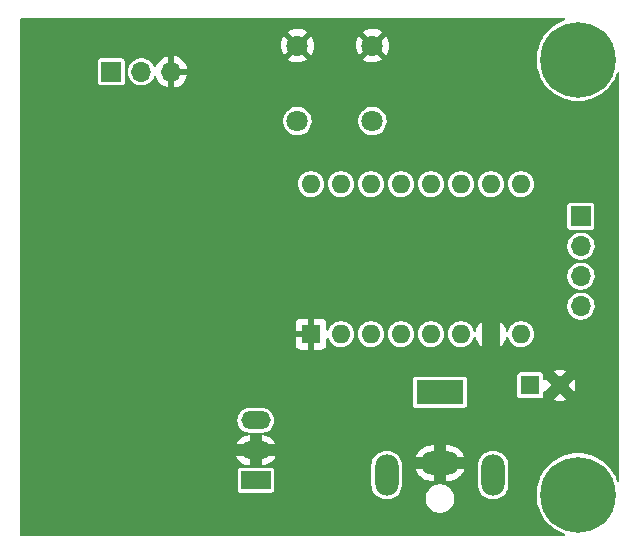
<source format=gbl>
%TF.GenerationSoftware,KiCad,Pcbnew,(6.0.1)*%
%TF.CreationDate,2022-02-11T20:29:18+00:00*%
%TF.ProjectId,pcb,7063622e-6b69-4636-9164-5f7063625858,rev?*%
%TF.SameCoordinates,Original*%
%TF.FileFunction,Copper,L2,Bot*%
%TF.FilePolarity,Positive*%
%FSLAX46Y46*%
G04 Gerber Fmt 4.6, Leading zero omitted, Abs format (unit mm)*
G04 Created by KiCad (PCBNEW (6.0.1)) date 2022-02-11 20:29:18*
%MOMM*%
%LPD*%
G01*
G04 APERTURE LIST*
%TA.AperFunction,ComponentPad*%
%ADD10R,1.600000X1.600000*%
%TD*%
%TA.AperFunction,ComponentPad*%
%ADD11O,1.600000X1.600000*%
%TD*%
%TA.AperFunction,ComponentPad*%
%ADD12C,1.800000*%
%TD*%
%TA.AperFunction,ComponentPad*%
%ADD13O,2.000000X3.500000*%
%TD*%
%TA.AperFunction,ComponentPad*%
%ADD14O,3.300000X2.000000*%
%TD*%
%TA.AperFunction,ComponentPad*%
%ADD15R,4.000000X2.000000*%
%TD*%
%TA.AperFunction,ComponentPad*%
%ADD16C,1.600000*%
%TD*%
%TA.AperFunction,ComponentPad*%
%ADD17R,1.700000X1.700000*%
%TD*%
%TA.AperFunction,ComponentPad*%
%ADD18O,1.700000X1.700000*%
%TD*%
%TA.AperFunction,ComponentPad*%
%ADD19C,6.400000*%
%TD*%
%TA.AperFunction,ComponentPad*%
%ADD20R,2.500000X1.500000*%
%TD*%
%TA.AperFunction,ComponentPad*%
%ADD21O,2.500000X1.500000*%
%TD*%
%TA.AperFunction,ViaPad*%
%ADD22C,0.800000*%
%TD*%
G04 APERTURE END LIST*
D10*
%TO.P,A1,1,GND*%
%TO.N,GND*%
X109474000Y-70856000D03*
D11*
%TO.P,A1,2,~{FLT}*%
%TO.N,+3V3*%
X112014000Y-70856000D03*
%TO.P,A1,3,A2*%
%TO.N,/A2*%
X114554000Y-70856000D03*
%TO.P,A1,4,A1*%
%TO.N,/A1*%
X117094000Y-70856000D03*
%TO.P,A1,5,B1*%
%TO.N,/B1*%
X119634000Y-70856000D03*
%TO.P,A1,6,B2*%
%TO.N,/B2*%
X122174000Y-70856000D03*
%TO.P,A1,7,GND*%
%TO.N,GND*%
X124714000Y-70856000D03*
%TO.P,A1,8,VMOT*%
%TO.N,+12V*%
X127254000Y-70856000D03*
%TO.P,A1,9,~{EN}*%
%TO.N,unconnected-(A1-Pad9)*%
X127254000Y-58156000D03*
%TO.P,A1,10,M0*%
%TO.N,unconnected-(A1-Pad10)*%
X124714000Y-58156000D03*
%TO.P,A1,11,M1*%
%TO.N,unconnected-(A1-Pad11)*%
X122174000Y-58156000D03*
%TO.P,A1,12,M2*%
%TO.N,unconnected-(A1-Pad12)*%
X119634000Y-58156000D03*
%TO.P,A1,13,~{RST}*%
%TO.N,unconnected-(A1-Pad13)*%
X117094000Y-58156000D03*
%TO.P,A1,14,~{SLP}*%
%TO.N,/SLP*%
X114554000Y-58156000D03*
%TO.P,A1,15,STEP*%
%TO.N,/STEP*%
X112014000Y-58156000D03*
%TO.P,A1,16,DIR*%
%TO.N,/DIR*%
X109474000Y-58156000D03*
%TD*%
D12*
%TO.P,SW1,1,1*%
%TO.N,/EN*%
X114681000Y-52819000D03*
%TO.P,SW1,2,2*%
%TO.N,GND*%
X114681000Y-46419000D03*
%TD*%
D13*
%TO.P,J2,MP*%
%TO.N,N/C*%
X115896000Y-82780000D03*
X124896000Y-82780000D03*
D14*
%TO.P,J2,2*%
%TO.N,GND*%
X120396000Y-81780000D03*
D15*
%TO.P,J2,1*%
%TO.N,+12V*%
X120396000Y-75780000D03*
%TD*%
D10*
%TO.P,C4,1*%
%TO.N,+12V*%
X128056000Y-75184000D03*
D16*
%TO.P,C4,2*%
%TO.N,GND*%
X130556000Y-75184000D03*
%TD*%
D17*
%TO.P,J1,1,Pin_1*%
%TO.N,/TX*%
X92583000Y-48641000D03*
D18*
%TO.P,J1,2,Pin_2*%
%TO.N,/RX*%
X95123000Y-48641000D03*
%TO.P,J1,3,Pin_3*%
%TO.N,GND*%
X97663000Y-48641000D03*
%TD*%
D19*
%TO.P,H2,1*%
%TO.N,N/C*%
X132080000Y-47615000D03*
%TD*%
%TO.P,H4,1*%
%TO.N,N/C*%
X132080000Y-84445000D03*
%TD*%
D17*
%TO.P,J3,1,Pin_1*%
%TO.N,/A2*%
X132330300Y-60865900D03*
D18*
%TO.P,J3,2,Pin_2*%
%TO.N,/A1*%
X132330300Y-63405900D03*
%TO.P,J3,3,Pin_3*%
%TO.N,/B1*%
X132330300Y-65945900D03*
%TO.P,J3,4,Pin_4*%
%TO.N,/B2*%
X132330300Y-68485900D03*
%TD*%
D20*
%TO.P,U2,1,Vin*%
%TO.N,Net-(C6-Pad1)*%
X104806500Y-83229900D03*
D21*
%TO.P,U2,2,GND*%
%TO.N,GND*%
X104806500Y-80689900D03*
%TO.P,U2,3,Vout*%
%TO.N,+3V3*%
X104806500Y-78149900D03*
%TD*%
D12*
%TO.P,SW2,1,1*%
%TO.N,/IO0*%
X108331000Y-52819000D03*
%TO.P,SW2,2,2*%
%TO.N,GND*%
X108331000Y-46419000D03*
%TD*%
D22*
%TO.N,GND*%
X98044000Y-82296000D03*
X99568000Y-57404000D03*
X98044000Y-80264000D03*
X113792000Y-84836000D03*
X97028000Y-69088000D03*
X87884000Y-57404000D03*
X118364000Y-55880000D03*
X85852000Y-79248000D03*
X122428000Y-45720000D03*
X93472000Y-57404000D03*
X100584000Y-69088000D03*
X107696000Y-76200000D03*
X87884000Y-69088000D03*
X87884000Y-52832000D03*
X127000000Y-45720000D03*
X99568000Y-52832000D03*
X93472000Y-52832000D03*
X125120400Y-55880000D03*
X98552000Y-75184000D03*
%TD*%
%TA.AperFunction,Conductor*%
%TO.N,GND*%
G36*
X130980002Y-44123907D02*
G01*
X131015966Y-44173407D01*
X131015966Y-44234593D01*
X130980002Y-44284093D01*
X130957289Y-44296425D01*
X130654264Y-44412745D01*
X130651966Y-44413916D01*
X130651959Y-44413919D01*
X130444833Y-44519456D01*
X130327348Y-44579318D01*
X130325176Y-44580729D01*
X130325170Y-44580732D01*
X130163106Y-44685977D01*
X130019634Y-44779149D01*
X129734494Y-45010051D01*
X129475051Y-45269494D01*
X129244149Y-45554634D01*
X129242733Y-45556815D01*
X129113973Y-45755089D01*
X129044318Y-45862348D01*
X129043142Y-45864656D01*
X128946280Y-46054758D01*
X128877745Y-46189264D01*
X128746258Y-46531801D01*
X128745588Y-46534302D01*
X128662267Y-46845260D01*
X128651295Y-46886206D01*
X128650888Y-46888776D01*
X128599398Y-47213872D01*
X128593898Y-47248596D01*
X128574696Y-47615000D01*
X128593898Y-47981404D01*
X128594303Y-47983962D01*
X128594304Y-47983970D01*
X128632786Y-48226931D01*
X128651295Y-48343794D01*
X128651966Y-48346298D01*
X128651967Y-48346303D01*
X128667771Y-48405284D01*
X128746258Y-48698199D01*
X128877745Y-49040736D01*
X128878916Y-49043034D01*
X128878919Y-49043041D01*
X128966330Y-49214593D01*
X129044318Y-49367652D01*
X129244149Y-49675366D01*
X129475051Y-49960506D01*
X129734494Y-50219949D01*
X130019634Y-50450851D01*
X130163106Y-50544023D01*
X130325170Y-50649268D01*
X130325176Y-50649271D01*
X130327348Y-50650682D01*
X130329656Y-50651858D01*
X130651959Y-50816081D01*
X130651966Y-50816084D01*
X130654264Y-50817255D01*
X130996801Y-50948742D01*
X131115934Y-50980664D01*
X131348697Y-51043033D01*
X131348702Y-51043034D01*
X131351206Y-51043705D01*
X131353777Y-51044112D01*
X131353776Y-51044112D01*
X131711030Y-51100696D01*
X131711038Y-51100697D01*
X131713596Y-51101102D01*
X132080000Y-51120304D01*
X132446404Y-51101102D01*
X132448962Y-51100697D01*
X132448970Y-51100696D01*
X132806224Y-51044112D01*
X132806223Y-51044112D01*
X132808794Y-51043705D01*
X132811298Y-51043034D01*
X132811303Y-51043033D01*
X133044066Y-50980664D01*
X133163199Y-50948742D01*
X133505736Y-50817255D01*
X133508034Y-50816084D01*
X133508041Y-50816081D01*
X133830344Y-50651858D01*
X133832652Y-50650682D01*
X133834824Y-50649271D01*
X133834830Y-50649268D01*
X133996894Y-50544023D01*
X134140366Y-50450851D01*
X134425506Y-50219949D01*
X134684949Y-49960506D01*
X134915851Y-49675366D01*
X135115682Y-49367652D01*
X135193670Y-49214593D01*
X135281081Y-49043041D01*
X135281084Y-49043034D01*
X135282255Y-49040736D01*
X135323671Y-48932843D01*
X135398575Y-48737711D01*
X135437081Y-48690161D01*
X135496181Y-48674325D01*
X135553303Y-48696251D01*
X135586627Y-48747566D01*
X135590000Y-48773189D01*
X135590000Y-83286811D01*
X135571093Y-83345002D01*
X135521593Y-83380966D01*
X135460407Y-83380966D01*
X135410907Y-83345002D01*
X135398575Y-83322289D01*
X135283182Y-83021679D01*
X135282255Y-83019264D01*
X135269154Y-82993551D01*
X135116858Y-82694656D01*
X135115682Y-82692348D01*
X135085914Y-82646508D01*
X135006149Y-82523682D01*
X134915851Y-82384634D01*
X134684949Y-82099494D01*
X134425506Y-81840051D01*
X134140366Y-81609149D01*
X133943227Y-81481126D01*
X133834830Y-81410732D01*
X133834824Y-81410729D01*
X133832652Y-81409318D01*
X133769747Y-81377266D01*
X133508041Y-81243919D01*
X133508034Y-81243916D01*
X133505736Y-81242745D01*
X133163199Y-81111258D01*
X133044066Y-81079336D01*
X132811303Y-81016967D01*
X132811298Y-81016966D01*
X132808794Y-81016295D01*
X132768865Y-81009971D01*
X132448970Y-80959304D01*
X132448962Y-80959303D01*
X132446404Y-80958898D01*
X132080000Y-80939696D01*
X131713596Y-80958898D01*
X131711038Y-80959303D01*
X131711030Y-80959304D01*
X131391135Y-81009971D01*
X131351206Y-81016295D01*
X131348702Y-81016966D01*
X131348697Y-81016967D01*
X131115934Y-81079336D01*
X130996801Y-81111258D01*
X130654264Y-81242745D01*
X130651966Y-81243916D01*
X130651959Y-81243919D01*
X130390253Y-81377266D01*
X130327348Y-81409318D01*
X130325176Y-81410729D01*
X130325170Y-81410732D01*
X130216773Y-81481126D01*
X130019634Y-81609149D01*
X129734494Y-81840051D01*
X129475051Y-82099494D01*
X129244149Y-82384634D01*
X129153851Y-82523682D01*
X129074087Y-82646508D01*
X129044318Y-82692348D01*
X129043142Y-82694656D01*
X128890847Y-82993551D01*
X128877745Y-83019264D01*
X128746258Y-83361801D01*
X128745588Y-83364302D01*
X128664713Y-83666131D01*
X128651295Y-83716206D01*
X128650888Y-83718776D01*
X128597234Y-84057535D01*
X128593898Y-84078596D01*
X128574696Y-84445000D01*
X128593898Y-84811404D01*
X128594303Y-84813962D01*
X128594304Y-84813970D01*
X128608165Y-84901485D01*
X128651295Y-85173794D01*
X128651966Y-85176298D01*
X128651967Y-85176303D01*
X128714336Y-85409066D01*
X128746258Y-85528199D01*
X128877745Y-85870736D01*
X128878916Y-85873034D01*
X128878919Y-85873041D01*
X128933567Y-85980293D01*
X129044318Y-86197652D01*
X129244149Y-86505366D01*
X129475051Y-86790506D01*
X129734494Y-87049949D01*
X130019634Y-87280851D01*
X130146840Y-87363459D01*
X130325170Y-87479268D01*
X130325176Y-87479271D01*
X130327348Y-87480682D01*
X130329656Y-87481858D01*
X130651959Y-87646081D01*
X130651966Y-87646084D01*
X130654264Y-87647255D01*
X130656679Y-87648182D01*
X130957289Y-87763575D01*
X131004839Y-87802081D01*
X131020675Y-87861181D01*
X130998749Y-87918303D01*
X130947434Y-87951627D01*
X130921811Y-87955000D01*
X84935000Y-87955000D01*
X84876809Y-87936093D01*
X84840845Y-87886593D01*
X84836000Y-87856000D01*
X84836000Y-84874594D01*
X119194074Y-84874594D01*
X119194843Y-84879067D01*
X119194843Y-84879072D01*
X119230668Y-85087565D01*
X119230670Y-85087571D01*
X119231438Y-85092043D01*
X119307804Y-85299043D01*
X119420614Y-85488659D01*
X119423609Y-85492074D01*
X119423611Y-85492077D01*
X119457409Y-85530616D01*
X119566090Y-85654543D01*
X119569652Y-85657351D01*
X119735795Y-85788327D01*
X119735798Y-85788329D01*
X119739360Y-85791137D01*
X119743378Y-85793251D01*
X119930609Y-85891759D01*
X119930612Y-85891760D01*
X119934620Y-85893869D01*
X120017874Y-85919720D01*
X120140994Y-85957950D01*
X120140997Y-85957951D01*
X120145333Y-85959297D01*
X120149843Y-85959831D01*
X120149844Y-85959831D01*
X120186936Y-85964221D01*
X120324476Y-85980500D01*
X120451970Y-85980500D01*
X120615711Y-85965454D01*
X120642319Y-85957950D01*
X120823689Y-85906799D01*
X120823690Y-85906798D01*
X120828064Y-85905565D01*
X120832136Y-85903557D01*
X120832141Y-85903555D01*
X121021875Y-85809988D01*
X121021874Y-85809988D01*
X121025947Y-85807980D01*
X121202733Y-85675967D01*
X121337094Y-85530616D01*
X121349423Y-85517279D01*
X121349424Y-85517278D01*
X121352501Y-85513949D01*
X121470236Y-85327350D01*
X121551994Y-85122421D01*
X121595038Y-84906024D01*
X121597926Y-84685406D01*
X121593973Y-84662398D01*
X121561332Y-84472435D01*
X121561330Y-84472429D01*
X121560562Y-84467957D01*
X121491369Y-84280400D01*
X121485769Y-84265220D01*
X121485768Y-84265217D01*
X121484196Y-84260957D01*
X121469081Y-84235550D01*
X121414765Y-84144255D01*
X121371386Y-84071341D01*
X121359279Y-84057535D01*
X121228902Y-83908869D01*
X121225910Y-83905457D01*
X121209721Y-83892695D01*
X121056205Y-83771673D01*
X121056202Y-83771671D01*
X121052640Y-83768863D01*
X121020627Y-83752020D01*
X120861391Y-83668241D01*
X120861388Y-83668240D01*
X120857380Y-83666131D01*
X120774126Y-83640280D01*
X120651006Y-83602050D01*
X120651003Y-83602049D01*
X120646667Y-83600703D01*
X120642157Y-83600169D01*
X120642156Y-83600169D01*
X120594647Y-83594546D01*
X120529066Y-83586784D01*
X123595500Y-83586784D01*
X123595689Y-83588939D01*
X123595689Y-83588950D01*
X123606473Y-83712205D01*
X123610365Y-83756692D01*
X123669261Y-83976496D01*
X123765432Y-84182734D01*
X123767913Y-84186277D01*
X123767914Y-84186279D01*
X123831635Y-84277282D01*
X123895953Y-84369139D01*
X124056861Y-84530047D01*
X124060399Y-84532524D01*
X124060401Y-84532526D01*
X124239721Y-84658086D01*
X124243266Y-84660568D01*
X124449504Y-84756739D01*
X124538563Y-84780602D01*
X124665131Y-84814516D01*
X124665133Y-84814516D01*
X124669308Y-84815635D01*
X124896000Y-84835468D01*
X125122692Y-84815635D01*
X125126867Y-84814516D01*
X125126869Y-84814516D01*
X125253437Y-84780602D01*
X125342496Y-84756739D01*
X125548734Y-84660568D01*
X125552279Y-84658086D01*
X125731599Y-84532526D01*
X125731601Y-84532524D01*
X125735139Y-84530047D01*
X125896047Y-84369139D01*
X125960366Y-84277282D01*
X126024086Y-84186279D01*
X126024087Y-84186277D01*
X126026568Y-84182734D01*
X126122739Y-83976496D01*
X126181635Y-83756692D01*
X126185527Y-83712205D01*
X126196311Y-83588950D01*
X126196311Y-83588939D01*
X126196500Y-83586784D01*
X126196500Y-81973216D01*
X126196311Y-81971061D01*
X126196311Y-81971050D01*
X126182012Y-81807619D01*
X126181635Y-81803308D01*
X126122739Y-81583504D01*
X126026568Y-81377266D01*
X125955576Y-81275878D01*
X125898526Y-81194401D01*
X125898524Y-81194399D01*
X125896047Y-81190861D01*
X125735139Y-81029953D01*
X125715634Y-81016295D01*
X125552279Y-80901914D01*
X125552277Y-80901913D01*
X125548734Y-80899432D01*
X125342496Y-80803261D01*
X125253437Y-80779398D01*
X125126869Y-80745484D01*
X125126867Y-80745484D01*
X125122692Y-80744365D01*
X124896000Y-80724532D01*
X124669308Y-80744365D01*
X124665133Y-80745484D01*
X124665131Y-80745484D01*
X124538563Y-80779398D01*
X124449504Y-80803261D01*
X124243266Y-80899432D01*
X124239723Y-80901913D01*
X124239721Y-80901914D01*
X124076367Y-81016295D01*
X124056861Y-81029953D01*
X123895953Y-81190861D01*
X123893476Y-81194399D01*
X123893474Y-81194401D01*
X123836424Y-81275878D01*
X123765432Y-81377266D01*
X123669261Y-81583504D01*
X123610365Y-81803308D01*
X123609988Y-81807619D01*
X123595689Y-81971050D01*
X123595689Y-81971061D01*
X123595500Y-81973216D01*
X123595500Y-83586784D01*
X120529066Y-83586784D01*
X120467524Y-83579500D01*
X120340030Y-83579500D01*
X120176289Y-83594546D01*
X119963936Y-83654435D01*
X119959864Y-83656443D01*
X119959859Y-83656445D01*
X119833465Y-83718776D01*
X119766053Y-83752020D01*
X119589267Y-83884033D01*
X119586186Y-83887366D01*
X119507653Y-83972323D01*
X119439499Y-84046051D01*
X119437081Y-84049884D01*
X119437079Y-84049886D01*
X119377537Y-84144255D01*
X119321764Y-84232650D01*
X119240006Y-84437579D01*
X119196962Y-84653976D01*
X119196551Y-84685406D01*
X119194868Y-84813970D01*
X119194074Y-84874594D01*
X84836000Y-84874594D01*
X84836000Y-84024546D01*
X103256000Y-84024546D01*
X103259118Y-84050746D01*
X103304561Y-84153053D01*
X103383787Y-84232141D01*
X103392145Y-84235836D01*
X103479364Y-84274396D01*
X103479366Y-84274396D01*
X103486173Y-84277406D01*
X103493567Y-84278268D01*
X103508878Y-84280053D01*
X103511854Y-84280400D01*
X106101146Y-84280400D01*
X106119061Y-84278268D01*
X106119969Y-84278160D01*
X106119970Y-84278160D01*
X106127346Y-84277282D01*
X106229653Y-84231839D01*
X106308741Y-84152613D01*
X106341464Y-84078596D01*
X106350996Y-84057036D01*
X106350996Y-84057034D01*
X106354006Y-84050227D01*
X106357000Y-84024546D01*
X106357000Y-83586784D01*
X114595500Y-83586784D01*
X114595689Y-83588939D01*
X114595689Y-83588950D01*
X114606473Y-83712205D01*
X114610365Y-83756692D01*
X114669261Y-83976496D01*
X114765432Y-84182734D01*
X114767913Y-84186277D01*
X114767914Y-84186279D01*
X114831635Y-84277282D01*
X114895953Y-84369139D01*
X115056861Y-84530047D01*
X115060399Y-84532524D01*
X115060401Y-84532526D01*
X115239721Y-84658086D01*
X115243266Y-84660568D01*
X115449504Y-84756739D01*
X115538563Y-84780602D01*
X115665131Y-84814516D01*
X115665133Y-84814516D01*
X115669308Y-84815635D01*
X115896000Y-84835468D01*
X116122692Y-84815635D01*
X116126867Y-84814516D01*
X116126869Y-84814516D01*
X116253437Y-84780602D01*
X116342496Y-84756739D01*
X116548734Y-84660568D01*
X116552279Y-84658086D01*
X116731599Y-84532526D01*
X116731601Y-84532524D01*
X116735139Y-84530047D01*
X116896047Y-84369139D01*
X116960366Y-84277282D01*
X117024086Y-84186279D01*
X117024087Y-84186277D01*
X117026568Y-84182734D01*
X117122739Y-83976496D01*
X117181635Y-83756692D01*
X117185527Y-83712205D01*
X117196311Y-83588950D01*
X117196311Y-83588939D01*
X117196500Y-83586784D01*
X117196500Y-82294152D01*
X118324243Y-82294152D01*
X118326896Y-82303527D01*
X118329664Y-82310968D01*
X118428855Y-82523682D01*
X118432771Y-82530576D01*
X118564699Y-82724703D01*
X118569666Y-82730881D01*
X118730938Y-82901421D01*
X118736827Y-82906723D01*
X118923286Y-83049282D01*
X118929950Y-83053577D01*
X119136811Y-83164495D01*
X119144068Y-83167665D01*
X119365987Y-83244077D01*
X119373684Y-83246053D01*
X119605806Y-83286148D01*
X119611996Y-83286820D01*
X119636866Y-83287950D01*
X119639073Y-83288000D01*
X119880320Y-83288000D01*
X119893005Y-83283878D01*
X119896000Y-83279757D01*
X119896000Y-83272320D01*
X120896000Y-83272320D01*
X120900122Y-83285005D01*
X120904243Y-83288000D01*
X121104992Y-83288000D01*
X121108952Y-83287841D01*
X121283925Y-83273763D01*
X121291745Y-83272496D01*
X121519681Y-83216510D01*
X121527211Y-83214005D01*
X121743260Y-83122298D01*
X121750289Y-83118623D01*
X121948899Y-82993551D01*
X121955251Y-82988800D01*
X122131310Y-82833583D01*
X122136818Y-82827879D01*
X122285799Y-82646508D01*
X122290322Y-82640000D01*
X122408388Y-82437142D01*
X122411813Y-82429993D01*
X122463771Y-82294639D01*
X122464317Y-82284227D01*
X122452380Y-82280000D01*
X120911680Y-82280000D01*
X120898995Y-82284122D01*
X120896000Y-82288243D01*
X120896000Y-83272320D01*
X119896000Y-83272320D01*
X119896000Y-82295680D01*
X119891878Y-82282995D01*
X119887757Y-82280000D01*
X118335919Y-82280000D01*
X118324443Y-82283729D01*
X118324243Y-82294152D01*
X117196500Y-82294152D01*
X117196500Y-81973216D01*
X117196311Y-81971061D01*
X117196311Y-81971050D01*
X117182012Y-81807619D01*
X117181635Y-81803308D01*
X117122739Y-81583504D01*
X117026568Y-81377266D01*
X116955576Y-81275878D01*
X116955502Y-81275773D01*
X118327683Y-81275773D01*
X118339620Y-81280000D01*
X119880320Y-81280000D01*
X119893005Y-81275878D01*
X119896000Y-81271757D01*
X119896000Y-81264320D01*
X120896000Y-81264320D01*
X120900122Y-81277005D01*
X120904243Y-81280000D01*
X122456081Y-81280000D01*
X122467557Y-81276271D01*
X122467757Y-81265848D01*
X122465104Y-81256473D01*
X122462336Y-81249032D01*
X122363145Y-81036318D01*
X122359229Y-81029424D01*
X122227301Y-80835297D01*
X122222334Y-80829119D01*
X122061062Y-80658579D01*
X122055173Y-80653277D01*
X121868714Y-80510718D01*
X121862050Y-80506423D01*
X121655189Y-80395505D01*
X121647932Y-80392335D01*
X121426013Y-80315923D01*
X121418316Y-80313947D01*
X121186194Y-80273852D01*
X121180004Y-80273180D01*
X121155134Y-80272050D01*
X121152927Y-80272000D01*
X120911680Y-80272000D01*
X120898995Y-80276122D01*
X120896000Y-80280243D01*
X120896000Y-81264320D01*
X119896000Y-81264320D01*
X119896000Y-80287680D01*
X119891878Y-80274995D01*
X119887757Y-80272000D01*
X119687008Y-80272000D01*
X119683048Y-80272159D01*
X119508075Y-80286237D01*
X119500255Y-80287504D01*
X119272319Y-80343490D01*
X119264789Y-80345995D01*
X119048740Y-80437702D01*
X119041711Y-80441377D01*
X118843101Y-80566449D01*
X118836749Y-80571200D01*
X118660690Y-80726417D01*
X118655182Y-80732121D01*
X118506201Y-80913492D01*
X118501678Y-80920000D01*
X118383612Y-81122858D01*
X118380187Y-81130007D01*
X118328229Y-81265361D01*
X118327683Y-81275773D01*
X116955502Y-81275773D01*
X116898526Y-81194401D01*
X116898524Y-81194399D01*
X116896047Y-81190861D01*
X116735139Y-81029953D01*
X116715634Y-81016295D01*
X116552279Y-80901914D01*
X116552277Y-80901913D01*
X116548734Y-80899432D01*
X116342496Y-80803261D01*
X116253437Y-80779398D01*
X116126869Y-80745484D01*
X116126867Y-80745484D01*
X116122692Y-80744365D01*
X115896000Y-80724532D01*
X115669308Y-80744365D01*
X115665133Y-80745484D01*
X115665131Y-80745484D01*
X115538563Y-80779398D01*
X115449504Y-80803261D01*
X115243266Y-80899432D01*
X115239723Y-80901913D01*
X115239721Y-80901914D01*
X115076367Y-81016295D01*
X115056861Y-81029953D01*
X114895953Y-81190861D01*
X114893476Y-81194399D01*
X114893474Y-81194401D01*
X114836424Y-81275878D01*
X114765432Y-81377266D01*
X114669261Y-81583504D01*
X114610365Y-81803308D01*
X114609988Y-81807619D01*
X114595689Y-81971050D01*
X114595689Y-81971061D01*
X114595500Y-81973216D01*
X114595500Y-83586784D01*
X106357000Y-83586784D01*
X106357000Y-82435254D01*
X106353882Y-82409054D01*
X106308439Y-82306747D01*
X106229213Y-82227659D01*
X106200091Y-82214784D01*
X106133636Y-82185404D01*
X106133634Y-82185404D01*
X106126827Y-82182394D01*
X106112822Y-82180761D01*
X106103994Y-82179732D01*
X106103993Y-82179732D01*
X106101146Y-82179400D01*
X103511854Y-82179400D01*
X103495451Y-82181352D01*
X103493031Y-82181640D01*
X103493030Y-82181640D01*
X103485654Y-82182518D01*
X103383347Y-82227961D01*
X103304259Y-82307187D01*
X103300564Y-82315545D01*
X103270020Y-82384634D01*
X103258994Y-82409573D01*
X103256000Y-82435254D01*
X103256000Y-84024546D01*
X84836000Y-84024546D01*
X84836000Y-81199287D01*
X103153637Y-81199287D01*
X103238016Y-81362770D01*
X103242731Y-81370199D01*
X103374058Y-81541348D01*
X103380015Y-81547826D01*
X103539574Y-81693013D01*
X103546577Y-81698329D01*
X103729339Y-81812976D01*
X103737158Y-81816960D01*
X103937339Y-81897432D01*
X103945745Y-81899970D01*
X104157767Y-81943877D01*
X104164950Y-81944823D01*
X104216895Y-81947818D01*
X104219736Y-81947900D01*
X104290820Y-81947900D01*
X104303505Y-81943778D01*
X104306500Y-81939657D01*
X104306500Y-81932220D01*
X105306500Y-81932220D01*
X105310622Y-81944905D01*
X105314743Y-81947900D01*
X105361271Y-81947900D01*
X105365675Y-81947704D01*
X105525782Y-81933415D01*
X105534426Y-81931860D01*
X105742520Y-81874931D01*
X105750756Y-81871869D01*
X105945485Y-81778988D01*
X105953044Y-81774517D01*
X106128248Y-81648620D01*
X106134893Y-81642885D01*
X106285034Y-81487950D01*
X106290560Y-81481126D01*
X106410892Y-81302055D01*
X106415121Y-81294363D01*
X106454673Y-81204258D01*
X106455805Y-81192921D01*
X106448923Y-81189900D01*
X105322180Y-81189900D01*
X105309495Y-81194022D01*
X105306500Y-81198143D01*
X105306500Y-81932220D01*
X104306500Y-81932220D01*
X104306500Y-81205580D01*
X104302378Y-81192895D01*
X104298257Y-81189900D01*
X103164472Y-81189900D01*
X103153637Y-81193421D01*
X103153637Y-81199287D01*
X84836000Y-81199287D01*
X84836000Y-80186879D01*
X103157195Y-80186879D01*
X103164077Y-80189900D01*
X104290820Y-80189900D01*
X104303505Y-80185778D01*
X104306500Y-80181657D01*
X104306500Y-80174220D01*
X105306500Y-80174220D01*
X105310622Y-80186905D01*
X105314743Y-80189900D01*
X106448528Y-80189900D01*
X106459363Y-80186379D01*
X106459363Y-80180513D01*
X106374984Y-80017030D01*
X106370269Y-80009601D01*
X106238942Y-79838452D01*
X106232985Y-79831974D01*
X106073426Y-79686787D01*
X106066423Y-79681471D01*
X105883661Y-79566824D01*
X105875842Y-79562840D01*
X105675661Y-79482368D01*
X105667255Y-79479830D01*
X105455233Y-79435923D01*
X105448050Y-79434977D01*
X105396105Y-79431982D01*
X105393264Y-79431900D01*
X105322180Y-79431900D01*
X105309495Y-79436022D01*
X105306500Y-79440143D01*
X105306500Y-80174220D01*
X104306500Y-80174220D01*
X104306500Y-79447580D01*
X104302378Y-79434895D01*
X104298257Y-79431900D01*
X104251729Y-79431900D01*
X104247325Y-79432096D01*
X104087218Y-79446385D01*
X104078574Y-79447940D01*
X103870480Y-79504869D01*
X103862244Y-79507931D01*
X103667515Y-79600812D01*
X103659956Y-79605283D01*
X103484752Y-79731180D01*
X103478107Y-79736915D01*
X103327966Y-79891850D01*
X103322440Y-79898674D01*
X103202108Y-80077745D01*
X103197879Y-80085437D01*
X103158327Y-80175542D01*
X103157195Y-80186879D01*
X84836000Y-80186879D01*
X84836000Y-78142531D01*
X103250943Y-78142531D01*
X103269614Y-78347697D01*
X103327780Y-78545328D01*
X103423226Y-78727898D01*
X103552315Y-78888453D01*
X103710130Y-79020876D01*
X103714378Y-79023211D01*
X103714379Y-79023212D01*
X103771763Y-79054759D01*
X103890662Y-79120124D01*
X103895275Y-79121587D01*
X103895279Y-79121589D01*
X104065189Y-79175487D01*
X104087032Y-79182416D01*
X104091844Y-79182956D01*
X104091845Y-79182956D01*
X104244608Y-79200091D01*
X104244610Y-79200091D01*
X104247364Y-79200400D01*
X105358341Y-79200400D01*
X105360736Y-79200165D01*
X105360740Y-79200165D01*
X105506720Y-79185852D01*
X105506724Y-79185851D01*
X105511530Y-79185380D01*
X105516155Y-79183984D01*
X105516158Y-79183983D01*
X105628631Y-79150025D01*
X105708751Y-79125835D01*
X105890651Y-79029118D01*
X106050300Y-78898911D01*
X106181618Y-78740175D01*
X106279603Y-78558955D01*
X106340523Y-78362154D01*
X106341555Y-78352341D01*
X106361551Y-78162085D01*
X106361551Y-78162083D01*
X106362057Y-78157269D01*
X106343386Y-77952103D01*
X106285220Y-77754472D01*
X106189774Y-77571902D01*
X106060685Y-77411347D01*
X105902870Y-77278924D01*
X105883742Y-77268408D01*
X105726585Y-77182011D01*
X105722338Y-77179676D01*
X105717725Y-77178213D01*
X105717721Y-77178211D01*
X105530583Y-77118848D01*
X105525968Y-77117384D01*
X105521156Y-77116844D01*
X105521155Y-77116844D01*
X105368392Y-77099709D01*
X105368390Y-77099709D01*
X105365636Y-77099400D01*
X104254659Y-77099400D01*
X104252264Y-77099635D01*
X104252260Y-77099635D01*
X104106280Y-77113948D01*
X104106276Y-77113949D01*
X104101470Y-77114420D01*
X104096845Y-77115816D01*
X104096842Y-77115817D01*
X103984369Y-77149775D01*
X103904249Y-77173965D01*
X103722349Y-77270682D01*
X103562700Y-77400889D01*
X103431382Y-77559625D01*
X103333397Y-77740845D01*
X103272477Y-77937646D01*
X103271972Y-77942454D01*
X103271971Y-77942457D01*
X103270451Y-77956922D01*
X103250943Y-78142531D01*
X84836000Y-78142531D01*
X84836000Y-76824646D01*
X118095500Y-76824646D01*
X118098618Y-76850846D01*
X118144061Y-76953153D01*
X118223287Y-77032241D01*
X118231645Y-77035936D01*
X118318864Y-77074496D01*
X118318866Y-77074496D01*
X118325673Y-77077506D01*
X118333067Y-77078368D01*
X118348378Y-77080153D01*
X118351354Y-77080500D01*
X122440646Y-77080500D01*
X122458561Y-77078368D01*
X122459469Y-77078260D01*
X122459470Y-77078260D01*
X122466846Y-77077382D01*
X122569153Y-77031939D01*
X122648241Y-76952713D01*
X122693506Y-76850327D01*
X122696500Y-76824646D01*
X122696500Y-76391618D01*
X130060187Y-76391618D01*
X130068996Y-76400125D01*
X130103015Y-76415988D01*
X130111099Y-76418930D01*
X130323824Y-76475930D01*
X130332312Y-76477426D01*
X130551691Y-76496619D01*
X130560309Y-76496619D01*
X130779688Y-76477426D01*
X130788176Y-76475930D01*
X131000901Y-76418930D01*
X131008985Y-76415988D01*
X131043806Y-76399751D01*
X131051672Y-76392416D01*
X131046305Y-76381411D01*
X130567086Y-75902193D01*
X130555203Y-75896139D01*
X130550172Y-75896935D01*
X130065068Y-76382038D01*
X130060187Y-76391618D01*
X122696500Y-76391618D01*
X122696500Y-76028646D01*
X126955500Y-76028646D01*
X126958618Y-76054846D01*
X127004061Y-76157153D01*
X127083287Y-76236241D01*
X127091645Y-76239936D01*
X127178864Y-76278496D01*
X127178866Y-76278496D01*
X127185673Y-76281506D01*
X127193067Y-76282368D01*
X127208378Y-76284153D01*
X127211354Y-76284500D01*
X128900646Y-76284500D01*
X128918561Y-76282368D01*
X128919469Y-76282260D01*
X128919470Y-76282260D01*
X128926846Y-76281382D01*
X129029153Y-76235939D01*
X129108241Y-76156713D01*
X129153506Y-76054327D01*
X129156500Y-76028646D01*
X129156500Y-75724315D01*
X129175407Y-75666124D01*
X129224907Y-75630160D01*
X129286093Y-75630160D01*
X129328713Y-75661125D01*
X129329556Y-75660339D01*
X129333601Y-75664676D01*
X129335593Y-75666124D01*
X129336695Y-75667994D01*
X129347584Y-75679672D01*
X129358589Y-75674305D01*
X129837807Y-75195086D01*
X129843049Y-75184797D01*
X131268139Y-75184797D01*
X131268935Y-75189828D01*
X131754038Y-75674932D01*
X131763618Y-75679813D01*
X131772125Y-75671004D01*
X131787988Y-75636985D01*
X131790930Y-75628901D01*
X131847930Y-75416176D01*
X131849426Y-75407688D01*
X131868619Y-75188309D01*
X131868619Y-75179691D01*
X131849426Y-74960312D01*
X131847930Y-74951824D01*
X131790930Y-74739099D01*
X131787988Y-74731015D01*
X131771751Y-74696194D01*
X131764416Y-74688328D01*
X131753411Y-74693695D01*
X131274193Y-75172914D01*
X131268139Y-75184797D01*
X129843049Y-75184797D01*
X129843861Y-75183203D01*
X129843065Y-75178172D01*
X129357962Y-74693068D01*
X129348382Y-74688187D01*
X129328366Y-74708914D01*
X129325760Y-74706397D01*
X129303500Y-74730270D01*
X129243439Y-74741948D01*
X129187985Y-74716092D01*
X129158320Y-74662579D01*
X129156500Y-74643685D01*
X129156500Y-74339354D01*
X129153382Y-74313154D01*
X129107939Y-74210847D01*
X129028713Y-74131759D01*
X128999591Y-74118884D01*
X128933136Y-74089504D01*
X128933134Y-74089504D01*
X128926327Y-74086494D01*
X128912322Y-74084861D01*
X128903494Y-74083832D01*
X128903493Y-74083832D01*
X128900646Y-74083500D01*
X127211354Y-74083500D01*
X127194951Y-74085452D01*
X127192531Y-74085740D01*
X127192530Y-74085740D01*
X127185154Y-74086618D01*
X127082847Y-74132061D01*
X127003759Y-74211287D01*
X126958494Y-74313673D01*
X126955500Y-74339354D01*
X126955500Y-76028646D01*
X122696500Y-76028646D01*
X122696500Y-74735354D01*
X122693382Y-74709154D01*
X122647939Y-74606847D01*
X122568713Y-74527759D01*
X122539591Y-74514884D01*
X122473136Y-74485504D01*
X122473134Y-74485504D01*
X122466327Y-74482494D01*
X122452322Y-74480861D01*
X122443494Y-74479832D01*
X122443493Y-74479832D01*
X122440646Y-74479500D01*
X118351354Y-74479500D01*
X118334951Y-74481452D01*
X118332531Y-74481740D01*
X118332530Y-74481740D01*
X118325154Y-74482618D01*
X118222847Y-74528061D01*
X118143759Y-74607287D01*
X118140064Y-74615645D01*
X118107931Y-74688328D01*
X118098494Y-74709673D01*
X118095500Y-74735354D01*
X118095500Y-76824646D01*
X84836000Y-76824646D01*
X84836000Y-73975584D01*
X130060328Y-73975584D01*
X130065695Y-73986589D01*
X130544914Y-74465807D01*
X130556797Y-74471861D01*
X130561828Y-74471065D01*
X131046932Y-73985962D01*
X131051813Y-73976382D01*
X131043004Y-73967875D01*
X131008985Y-73952012D01*
X131000901Y-73949070D01*
X130788176Y-73892070D01*
X130779688Y-73890574D01*
X130560309Y-73871381D01*
X130551691Y-73871381D01*
X130332312Y-73890574D01*
X130323824Y-73892070D01*
X130111099Y-73949070D01*
X130103015Y-73952012D01*
X130068194Y-73968249D01*
X130060328Y-73975584D01*
X84836000Y-73975584D01*
X84836000Y-71701411D01*
X108166001Y-71701411D01*
X108166290Y-71706751D01*
X108172078Y-71760035D01*
X108174927Y-71772020D01*
X108221351Y-71895855D01*
X108228059Y-71908108D01*
X108306863Y-72013256D01*
X108316744Y-72023137D01*
X108421892Y-72101941D01*
X108434145Y-72108649D01*
X108557978Y-72155072D01*
X108569967Y-72157923D01*
X108623252Y-72163711D01*
X108628586Y-72164000D01*
X109204320Y-72164000D01*
X109217005Y-72159878D01*
X109220000Y-72155757D01*
X109220000Y-72148319D01*
X109728000Y-72148319D01*
X109732122Y-72161004D01*
X109736243Y-72163999D01*
X110319411Y-72163999D01*
X110324751Y-72163710D01*
X110378035Y-72157922D01*
X110390020Y-72155073D01*
X110513855Y-72108649D01*
X110526108Y-72101941D01*
X110631256Y-72023137D01*
X110641137Y-72013256D01*
X110719941Y-71908108D01*
X110726649Y-71895855D01*
X110773072Y-71772022D01*
X110775923Y-71760033D01*
X110781711Y-71706748D01*
X110782000Y-71701414D01*
X110782000Y-71262783D01*
X110800907Y-71204592D01*
X110850407Y-71168628D01*
X110911593Y-71168628D01*
X110961093Y-71204592D01*
X110971866Y-71225072D01*
X110972178Y-71224928D01*
X111056856Y-71408607D01*
X111173588Y-71573780D01*
X111318466Y-71714913D01*
X111486637Y-71827282D01*
X111672470Y-71907122D01*
X111869740Y-71951760D01*
X112071842Y-71959700D01*
X112125377Y-71951938D01*
X112267519Y-71931329D01*
X112267522Y-71931328D01*
X112272007Y-71930678D01*
X112398433Y-71887762D01*
X112459234Y-71867123D01*
X112459237Y-71867121D01*
X112463531Y-71865664D01*
X112601476Y-71788412D01*
X112636039Y-71769056D01*
X112636041Y-71769055D01*
X112640001Y-71766837D01*
X112795505Y-71637505D01*
X112924837Y-71482001D01*
X113023664Y-71305531D01*
X113088678Y-71114007D01*
X113097558Y-71052766D01*
X113117283Y-70916717D01*
X113117700Y-70913842D01*
X113119215Y-70856000D01*
X113116557Y-70827069D01*
X113449164Y-70827069D01*
X113462392Y-71028894D01*
X113463508Y-71033287D01*
X113463508Y-71033289D01*
X113485099Y-71118304D01*
X113512178Y-71224928D01*
X113596856Y-71408607D01*
X113713588Y-71573780D01*
X113858466Y-71714913D01*
X114026637Y-71827282D01*
X114212470Y-71907122D01*
X114409740Y-71951760D01*
X114611842Y-71959700D01*
X114665377Y-71951938D01*
X114807519Y-71931329D01*
X114807522Y-71931328D01*
X114812007Y-71930678D01*
X114938433Y-71887762D01*
X114999234Y-71867123D01*
X114999237Y-71867121D01*
X115003531Y-71865664D01*
X115141476Y-71788412D01*
X115176039Y-71769056D01*
X115176041Y-71769055D01*
X115180001Y-71766837D01*
X115335505Y-71637505D01*
X115464837Y-71482001D01*
X115563664Y-71305531D01*
X115628678Y-71114007D01*
X115637558Y-71052766D01*
X115657283Y-70916717D01*
X115657700Y-70913842D01*
X115659215Y-70856000D01*
X115656557Y-70827069D01*
X115989164Y-70827069D01*
X116002392Y-71028894D01*
X116003508Y-71033287D01*
X116003508Y-71033289D01*
X116025099Y-71118304D01*
X116052178Y-71224928D01*
X116136856Y-71408607D01*
X116253588Y-71573780D01*
X116398466Y-71714913D01*
X116566637Y-71827282D01*
X116752470Y-71907122D01*
X116949740Y-71951760D01*
X117151842Y-71959700D01*
X117205377Y-71951938D01*
X117347519Y-71931329D01*
X117347522Y-71931328D01*
X117352007Y-71930678D01*
X117478433Y-71887762D01*
X117539234Y-71867123D01*
X117539237Y-71867121D01*
X117543531Y-71865664D01*
X117681476Y-71788412D01*
X117716039Y-71769056D01*
X117716041Y-71769055D01*
X117720001Y-71766837D01*
X117875505Y-71637505D01*
X118004837Y-71482001D01*
X118103664Y-71305531D01*
X118168678Y-71114007D01*
X118177558Y-71052766D01*
X118197283Y-70916717D01*
X118197700Y-70913842D01*
X118199215Y-70856000D01*
X118196557Y-70827069D01*
X118529164Y-70827069D01*
X118542392Y-71028894D01*
X118543508Y-71033287D01*
X118543508Y-71033289D01*
X118565099Y-71118304D01*
X118592178Y-71224928D01*
X118676856Y-71408607D01*
X118793588Y-71573780D01*
X118938466Y-71714913D01*
X119106637Y-71827282D01*
X119292470Y-71907122D01*
X119489740Y-71951760D01*
X119691842Y-71959700D01*
X119745377Y-71951938D01*
X119887519Y-71931329D01*
X119887522Y-71931328D01*
X119892007Y-71930678D01*
X120018433Y-71887762D01*
X120079234Y-71867123D01*
X120079237Y-71867121D01*
X120083531Y-71865664D01*
X120221476Y-71788412D01*
X120256039Y-71769056D01*
X120256041Y-71769055D01*
X120260001Y-71766837D01*
X120415505Y-71637505D01*
X120544837Y-71482001D01*
X120643664Y-71305531D01*
X120708678Y-71114007D01*
X120717558Y-71052766D01*
X120737283Y-70916717D01*
X120737700Y-70913842D01*
X120739215Y-70856000D01*
X120736557Y-70827069D01*
X121069164Y-70827069D01*
X121082392Y-71028894D01*
X121083508Y-71033287D01*
X121083508Y-71033289D01*
X121105099Y-71118304D01*
X121132178Y-71224928D01*
X121216856Y-71408607D01*
X121333588Y-71573780D01*
X121478466Y-71714913D01*
X121646637Y-71827282D01*
X121832470Y-71907122D01*
X122029740Y-71951760D01*
X122231842Y-71959700D01*
X122285377Y-71951938D01*
X122427519Y-71931329D01*
X122427522Y-71931328D01*
X122432007Y-71930678D01*
X122558433Y-71887762D01*
X122619234Y-71867123D01*
X122619237Y-71867121D01*
X122623531Y-71865664D01*
X122761476Y-71788412D01*
X122796039Y-71769056D01*
X122796041Y-71769055D01*
X122800001Y-71766837D01*
X122955505Y-71637505D01*
X123084837Y-71482001D01*
X123183664Y-71305531D01*
X123244543Y-71126188D01*
X123281152Y-71077163D01*
X123339585Y-71059018D01*
X123397523Y-71078686D01*
X123433916Y-71132387D01*
X123479069Y-71300898D01*
X123482015Y-71308991D01*
X123575082Y-71508573D01*
X123579394Y-71516043D01*
X123705708Y-71696437D01*
X123711241Y-71703032D01*
X123866968Y-71858759D01*
X123873563Y-71864292D01*
X123901156Y-71883614D01*
X123912049Y-71886944D01*
X123914000Y-71884158D01*
X123914000Y-71876927D01*
X125514000Y-71876927D01*
X125517521Y-71887762D01*
X125520919Y-71887762D01*
X125554437Y-71864292D01*
X125561032Y-71858759D01*
X125716759Y-71703032D01*
X125722292Y-71696437D01*
X125848606Y-71516043D01*
X125852918Y-71508573D01*
X125945985Y-71308991D01*
X125948931Y-71300898D01*
X125995793Y-71126007D01*
X126029117Y-71074693D01*
X126086239Y-71052766D01*
X126145339Y-71068602D01*
X126183844Y-71116152D01*
X126187373Y-71127259D01*
X126212178Y-71224928D01*
X126296856Y-71408607D01*
X126413588Y-71573780D01*
X126558466Y-71714913D01*
X126726637Y-71827282D01*
X126912470Y-71907122D01*
X127109740Y-71951760D01*
X127311842Y-71959700D01*
X127365377Y-71951938D01*
X127507519Y-71931329D01*
X127507522Y-71931328D01*
X127512007Y-71930678D01*
X127638433Y-71887762D01*
X127699234Y-71867123D01*
X127699237Y-71867121D01*
X127703531Y-71865664D01*
X127841476Y-71788412D01*
X127876039Y-71769056D01*
X127876041Y-71769055D01*
X127880001Y-71766837D01*
X128035505Y-71637505D01*
X128164837Y-71482001D01*
X128263664Y-71305531D01*
X128328678Y-71114007D01*
X128337558Y-71052766D01*
X128357283Y-70916717D01*
X128357700Y-70913842D01*
X128359215Y-70856000D01*
X128340708Y-70654591D01*
X128285807Y-70459926D01*
X128196351Y-70278527D01*
X128075335Y-70116467D01*
X127926812Y-69979174D01*
X127904125Y-69964859D01*
X127759594Y-69873667D01*
X127755757Y-69871246D01*
X127567898Y-69796298D01*
X127369526Y-69756839D01*
X127269930Y-69755535D01*
X127171826Y-69754251D01*
X127171821Y-69754251D01*
X127167286Y-69754192D01*
X127162813Y-69754961D01*
X127162808Y-69754961D01*
X127064245Y-69771898D01*
X126967949Y-69788444D01*
X126778193Y-69858449D01*
X126604371Y-69961862D01*
X126600956Y-69964857D01*
X126600953Y-69964859D01*
X126502487Y-70051212D01*
X126452305Y-70095220D01*
X126327089Y-70254057D01*
X126232914Y-70433053D01*
X126231569Y-70437384D01*
X126231568Y-70437387D01*
X126185179Y-70586786D01*
X126149866Y-70636753D01*
X126091928Y-70656421D01*
X126033495Y-70638277D01*
X125996886Y-70589252D01*
X125995005Y-70583052D01*
X125948931Y-70411102D01*
X125945985Y-70403009D01*
X125852918Y-70203427D01*
X125848606Y-70195957D01*
X125722292Y-70015563D01*
X125716759Y-70008968D01*
X125561032Y-69853241D01*
X125554437Y-69847708D01*
X125526844Y-69828386D01*
X125515951Y-69825056D01*
X125514000Y-69827842D01*
X125514000Y-71876927D01*
X123914000Y-71876927D01*
X123914000Y-69835073D01*
X123910479Y-69824238D01*
X123907081Y-69824238D01*
X123873563Y-69847708D01*
X123866968Y-69853241D01*
X123711241Y-70008968D01*
X123705708Y-70015563D01*
X123579394Y-70195957D01*
X123575082Y-70203427D01*
X123482015Y-70403009D01*
X123479069Y-70411102D01*
X123432410Y-70585235D01*
X123399086Y-70636549D01*
X123341964Y-70658476D01*
X123282864Y-70642640D01*
X123244359Y-70595090D01*
X123241500Y-70586484D01*
X123207040Y-70464298D01*
X123207039Y-70464296D01*
X123205807Y-70459926D01*
X123116351Y-70278527D01*
X122995335Y-70116467D01*
X122846812Y-69979174D01*
X122824125Y-69964859D01*
X122679594Y-69873667D01*
X122675757Y-69871246D01*
X122487898Y-69796298D01*
X122289526Y-69756839D01*
X122189930Y-69755535D01*
X122091826Y-69754251D01*
X122091821Y-69754251D01*
X122087286Y-69754192D01*
X122082813Y-69754961D01*
X122082808Y-69754961D01*
X121984245Y-69771898D01*
X121887949Y-69788444D01*
X121698193Y-69858449D01*
X121524371Y-69961862D01*
X121520956Y-69964857D01*
X121520953Y-69964859D01*
X121422487Y-70051212D01*
X121372305Y-70095220D01*
X121247089Y-70254057D01*
X121152914Y-70433053D01*
X121151569Y-70437384D01*
X121151568Y-70437387D01*
X121102601Y-70595090D01*
X121092937Y-70626213D01*
X121069164Y-70827069D01*
X120736557Y-70827069D01*
X120720708Y-70654591D01*
X120665807Y-70459926D01*
X120576351Y-70278527D01*
X120455335Y-70116467D01*
X120306812Y-69979174D01*
X120284125Y-69964859D01*
X120139594Y-69873667D01*
X120135757Y-69871246D01*
X119947898Y-69796298D01*
X119749526Y-69756839D01*
X119649930Y-69755535D01*
X119551826Y-69754251D01*
X119551821Y-69754251D01*
X119547286Y-69754192D01*
X119542813Y-69754961D01*
X119542808Y-69754961D01*
X119444245Y-69771898D01*
X119347949Y-69788444D01*
X119158193Y-69858449D01*
X118984371Y-69961862D01*
X118980956Y-69964857D01*
X118980953Y-69964859D01*
X118882487Y-70051212D01*
X118832305Y-70095220D01*
X118707089Y-70254057D01*
X118612914Y-70433053D01*
X118611569Y-70437384D01*
X118611568Y-70437387D01*
X118562601Y-70595090D01*
X118552937Y-70626213D01*
X118529164Y-70827069D01*
X118196557Y-70827069D01*
X118180708Y-70654591D01*
X118125807Y-70459926D01*
X118036351Y-70278527D01*
X117915335Y-70116467D01*
X117766812Y-69979174D01*
X117744125Y-69964859D01*
X117599594Y-69873667D01*
X117595757Y-69871246D01*
X117407898Y-69796298D01*
X117209526Y-69756839D01*
X117109930Y-69755535D01*
X117011826Y-69754251D01*
X117011821Y-69754251D01*
X117007286Y-69754192D01*
X117002813Y-69754961D01*
X117002808Y-69754961D01*
X116904245Y-69771898D01*
X116807949Y-69788444D01*
X116618193Y-69858449D01*
X116444371Y-69961862D01*
X116440956Y-69964857D01*
X116440953Y-69964859D01*
X116342487Y-70051212D01*
X116292305Y-70095220D01*
X116167089Y-70254057D01*
X116072914Y-70433053D01*
X116071569Y-70437384D01*
X116071568Y-70437387D01*
X116022601Y-70595090D01*
X116012937Y-70626213D01*
X115989164Y-70827069D01*
X115656557Y-70827069D01*
X115640708Y-70654591D01*
X115585807Y-70459926D01*
X115496351Y-70278527D01*
X115375335Y-70116467D01*
X115226812Y-69979174D01*
X115204125Y-69964859D01*
X115059594Y-69873667D01*
X115055757Y-69871246D01*
X114867898Y-69796298D01*
X114669526Y-69756839D01*
X114569930Y-69755535D01*
X114471826Y-69754251D01*
X114471821Y-69754251D01*
X114467286Y-69754192D01*
X114462813Y-69754961D01*
X114462808Y-69754961D01*
X114364245Y-69771898D01*
X114267949Y-69788444D01*
X114078193Y-69858449D01*
X113904371Y-69961862D01*
X113900956Y-69964857D01*
X113900953Y-69964859D01*
X113802487Y-70051212D01*
X113752305Y-70095220D01*
X113627089Y-70254057D01*
X113532914Y-70433053D01*
X113531569Y-70437384D01*
X113531568Y-70437387D01*
X113482601Y-70595090D01*
X113472937Y-70626213D01*
X113449164Y-70827069D01*
X113116557Y-70827069D01*
X113100708Y-70654591D01*
X113045807Y-70459926D01*
X112956351Y-70278527D01*
X112835335Y-70116467D01*
X112686812Y-69979174D01*
X112664125Y-69964859D01*
X112519594Y-69873667D01*
X112515757Y-69871246D01*
X112327898Y-69796298D01*
X112129526Y-69756839D01*
X112029930Y-69755535D01*
X111931826Y-69754251D01*
X111931821Y-69754251D01*
X111927286Y-69754192D01*
X111922813Y-69754961D01*
X111922808Y-69754961D01*
X111824245Y-69771898D01*
X111727949Y-69788444D01*
X111538193Y-69858449D01*
X111364371Y-69961862D01*
X111360956Y-69964857D01*
X111360953Y-69964859D01*
X111262487Y-70051212D01*
X111212305Y-70095220D01*
X111087089Y-70254057D01*
X110992914Y-70433053D01*
X110975546Y-70488988D01*
X110940233Y-70538954D01*
X110882295Y-70558622D01*
X110823862Y-70540477D01*
X110787253Y-70491452D01*
X110781999Y-70459630D01*
X110781999Y-70010589D01*
X110781710Y-70005249D01*
X110775922Y-69951965D01*
X110773073Y-69939980D01*
X110726649Y-69816145D01*
X110719941Y-69803892D01*
X110641137Y-69698744D01*
X110631256Y-69688863D01*
X110526108Y-69610059D01*
X110513855Y-69603351D01*
X110390022Y-69556928D01*
X110378033Y-69554077D01*
X110324748Y-69548289D01*
X110319414Y-69548000D01*
X109743680Y-69548000D01*
X109730995Y-69552122D01*
X109728000Y-69556243D01*
X109728000Y-72148319D01*
X109220000Y-72148319D01*
X109220000Y-71125680D01*
X109215878Y-71112995D01*
X109211757Y-71110000D01*
X108181681Y-71110000D01*
X108168996Y-71114122D01*
X108166001Y-71118243D01*
X108166001Y-71701411D01*
X84836000Y-71701411D01*
X84836000Y-70586320D01*
X108166000Y-70586320D01*
X108170122Y-70599005D01*
X108174243Y-70602000D01*
X109204320Y-70602000D01*
X109217005Y-70597878D01*
X109220000Y-70593757D01*
X109220000Y-69563681D01*
X109215878Y-69550996D01*
X109211757Y-69548001D01*
X108628589Y-69548001D01*
X108623249Y-69548290D01*
X108569965Y-69554078D01*
X108557980Y-69556927D01*
X108434145Y-69603351D01*
X108421892Y-69610059D01*
X108316744Y-69688863D01*
X108306863Y-69698744D01*
X108228059Y-69803892D01*
X108221351Y-69816145D01*
X108174928Y-69939978D01*
X108172077Y-69951967D01*
X108166289Y-70005252D01*
X108166000Y-70010586D01*
X108166000Y-70586320D01*
X84836000Y-70586320D01*
X84836000Y-68455654D01*
X131175267Y-68455654D01*
X131189096Y-68666649D01*
X131190212Y-68671042D01*
X131190212Y-68671044D01*
X131212787Y-68759932D01*
X131241145Y-68871590D01*
X131243047Y-68875715D01*
X131243047Y-68875716D01*
X131281818Y-68959816D01*
X131329669Y-69063614D01*
X131451705Y-69236291D01*
X131603165Y-69383837D01*
X131606938Y-69386358D01*
X131775199Y-69498787D01*
X131775202Y-69498789D01*
X131778977Y-69501311D01*
X131875772Y-69542897D01*
X131969074Y-69582983D01*
X131969078Y-69582984D01*
X131973253Y-69584778D01*
X131977687Y-69585781D01*
X131977686Y-69585781D01*
X132175060Y-69630443D01*
X132175065Y-69630444D01*
X132179486Y-69631444D01*
X132285128Y-69635595D01*
X132386237Y-69639568D01*
X132386238Y-69639568D01*
X132390770Y-69639746D01*
X132600030Y-69609404D01*
X132604329Y-69607945D01*
X132604332Y-69607944D01*
X132795954Y-69542897D01*
X132800255Y-69541437D01*
X132984742Y-69438119D01*
X133147312Y-69302912D01*
X133282519Y-69140342D01*
X133385837Y-68955855D01*
X133387297Y-68951554D01*
X133452344Y-68759932D01*
X133452345Y-68759929D01*
X133453804Y-68755630D01*
X133484146Y-68546370D01*
X133485729Y-68485900D01*
X133466381Y-68275340D01*
X133408986Y-68071831D01*
X133315465Y-67882190D01*
X133188951Y-67712767D01*
X133033681Y-67569237D01*
X132854854Y-67456405D01*
X132658460Y-67378052D01*
X132451075Y-67336801D01*
X132346899Y-67335437D01*
X132244186Y-67334092D01*
X132244181Y-67334092D01*
X132239646Y-67334033D01*
X132235173Y-67334802D01*
X132235168Y-67334802D01*
X132131901Y-67352547D01*
X132031253Y-67369841D01*
X131832875Y-67443027D01*
X131828976Y-67445346D01*
X131828971Y-67445349D01*
X131655062Y-67548814D01*
X131651156Y-67551138D01*
X131647741Y-67554133D01*
X131647738Y-67554135D01*
X131633277Y-67566817D01*
X131492181Y-67690555D01*
X131361276Y-67856608D01*
X131262823Y-68043736D01*
X131200120Y-68245673D01*
X131175267Y-68455654D01*
X84836000Y-68455654D01*
X84836000Y-65915654D01*
X131175267Y-65915654D01*
X131189096Y-66126649D01*
X131190212Y-66131042D01*
X131190212Y-66131044D01*
X131212787Y-66219932D01*
X131241145Y-66331590D01*
X131243047Y-66335715D01*
X131243047Y-66335716D01*
X131281818Y-66419816D01*
X131329669Y-66523614D01*
X131451705Y-66696291D01*
X131603165Y-66843837D01*
X131606938Y-66846358D01*
X131775199Y-66958787D01*
X131775202Y-66958789D01*
X131778977Y-66961311D01*
X131875772Y-67002897D01*
X131969074Y-67042983D01*
X131969078Y-67042984D01*
X131973253Y-67044778D01*
X131977687Y-67045781D01*
X131977686Y-67045781D01*
X132175060Y-67090443D01*
X132175065Y-67090444D01*
X132179486Y-67091444D01*
X132285128Y-67095595D01*
X132386237Y-67099568D01*
X132386238Y-67099568D01*
X132390770Y-67099746D01*
X132600030Y-67069404D01*
X132604329Y-67067945D01*
X132604332Y-67067944D01*
X132795954Y-67002897D01*
X132800255Y-67001437D01*
X132984742Y-66898119D01*
X133147312Y-66762912D01*
X133282519Y-66600342D01*
X133385837Y-66415855D01*
X133387297Y-66411554D01*
X133452344Y-66219932D01*
X133452345Y-66219929D01*
X133453804Y-66215630D01*
X133484146Y-66006370D01*
X133485729Y-65945900D01*
X133466381Y-65735340D01*
X133408986Y-65531831D01*
X133315465Y-65342190D01*
X133188951Y-65172767D01*
X133033681Y-65029237D01*
X132854854Y-64916405D01*
X132658460Y-64838052D01*
X132451075Y-64796801D01*
X132346899Y-64795437D01*
X132244186Y-64794092D01*
X132244181Y-64794092D01*
X132239646Y-64794033D01*
X132235173Y-64794802D01*
X132235168Y-64794802D01*
X132131901Y-64812547D01*
X132031253Y-64829841D01*
X131832875Y-64903027D01*
X131828976Y-64905346D01*
X131828971Y-64905349D01*
X131655062Y-65008814D01*
X131651156Y-65011138D01*
X131647741Y-65014133D01*
X131647738Y-65014135D01*
X131633277Y-65026817D01*
X131492181Y-65150555D01*
X131361276Y-65316608D01*
X131262823Y-65503736D01*
X131200120Y-65705673D01*
X131175267Y-65915654D01*
X84836000Y-65915654D01*
X84836000Y-63375654D01*
X131175267Y-63375654D01*
X131189096Y-63586649D01*
X131190212Y-63591042D01*
X131190212Y-63591044D01*
X131212787Y-63679932D01*
X131241145Y-63791590D01*
X131243047Y-63795715D01*
X131243047Y-63795716D01*
X131281818Y-63879816D01*
X131329669Y-63983614D01*
X131451705Y-64156291D01*
X131603165Y-64303837D01*
X131606938Y-64306358D01*
X131775199Y-64418787D01*
X131775202Y-64418789D01*
X131778977Y-64421311D01*
X131875772Y-64462897D01*
X131969074Y-64502983D01*
X131969078Y-64502984D01*
X131973253Y-64504778D01*
X131977687Y-64505781D01*
X131977686Y-64505781D01*
X132175060Y-64550443D01*
X132175065Y-64550444D01*
X132179486Y-64551444D01*
X132285128Y-64555595D01*
X132386237Y-64559568D01*
X132386238Y-64559568D01*
X132390770Y-64559746D01*
X132600030Y-64529404D01*
X132604329Y-64527945D01*
X132604332Y-64527944D01*
X132795954Y-64462897D01*
X132800255Y-64461437D01*
X132984742Y-64358119D01*
X133147312Y-64222912D01*
X133282519Y-64060342D01*
X133385837Y-63875855D01*
X133387297Y-63871554D01*
X133452344Y-63679932D01*
X133452345Y-63679929D01*
X133453804Y-63675630D01*
X133484146Y-63466370D01*
X133485729Y-63405900D01*
X133466381Y-63195340D01*
X133408986Y-62991831D01*
X133315465Y-62802190D01*
X133188951Y-62632767D01*
X133033681Y-62489237D01*
X132854854Y-62376405D01*
X132658460Y-62298052D01*
X132451075Y-62256801D01*
X132346899Y-62255437D01*
X132244186Y-62254092D01*
X132244181Y-62254092D01*
X132239646Y-62254033D01*
X132235173Y-62254802D01*
X132235168Y-62254802D01*
X132131901Y-62272547D01*
X132031253Y-62289841D01*
X131832875Y-62363027D01*
X131828976Y-62365346D01*
X131828971Y-62365349D01*
X131655062Y-62468814D01*
X131651156Y-62471138D01*
X131647741Y-62474133D01*
X131647738Y-62474135D01*
X131633277Y-62486817D01*
X131492181Y-62610555D01*
X131361276Y-62776608D01*
X131262823Y-62963736D01*
X131200120Y-63165673D01*
X131175267Y-63375654D01*
X84836000Y-63375654D01*
X84836000Y-61760546D01*
X131179800Y-61760546D01*
X131182918Y-61786746D01*
X131228361Y-61889053D01*
X131307587Y-61968141D01*
X131315945Y-61971836D01*
X131403164Y-62010396D01*
X131403166Y-62010396D01*
X131409973Y-62013406D01*
X131417367Y-62014268D01*
X131432678Y-62016053D01*
X131435654Y-62016400D01*
X133224946Y-62016400D01*
X133242861Y-62014268D01*
X133243769Y-62014160D01*
X133243770Y-62014160D01*
X133251146Y-62013282D01*
X133353453Y-61967839D01*
X133432541Y-61888613D01*
X133477806Y-61786227D01*
X133480800Y-61760546D01*
X133480800Y-59971254D01*
X133477682Y-59945054D01*
X133432239Y-59842747D01*
X133353013Y-59763659D01*
X133323891Y-59750784D01*
X133257436Y-59721404D01*
X133257434Y-59721404D01*
X133250627Y-59718394D01*
X133236622Y-59716761D01*
X133227794Y-59715732D01*
X133227793Y-59715732D01*
X133224946Y-59715400D01*
X131435654Y-59715400D01*
X131419251Y-59717352D01*
X131416831Y-59717640D01*
X131416830Y-59717640D01*
X131409454Y-59718518D01*
X131307147Y-59763961D01*
X131228059Y-59843187D01*
X131182794Y-59945573D01*
X131179800Y-59971254D01*
X131179800Y-61760546D01*
X84836000Y-61760546D01*
X84836000Y-58127069D01*
X108369164Y-58127069D01*
X108382392Y-58328894D01*
X108432178Y-58524928D01*
X108516856Y-58708607D01*
X108633588Y-58873780D01*
X108778466Y-59014913D01*
X108946637Y-59127282D01*
X109132470Y-59207122D01*
X109329740Y-59251760D01*
X109531842Y-59259700D01*
X109585377Y-59251938D01*
X109727519Y-59231329D01*
X109727522Y-59231328D01*
X109732007Y-59230678D01*
X109827769Y-59198171D01*
X109919234Y-59167123D01*
X109919237Y-59167121D01*
X109923531Y-59165664D01*
X110100001Y-59066837D01*
X110255505Y-58937505D01*
X110384837Y-58782001D01*
X110483664Y-58605531D01*
X110548678Y-58414007D01*
X110577700Y-58213842D01*
X110579215Y-58156000D01*
X110576557Y-58127069D01*
X110909164Y-58127069D01*
X110922392Y-58328894D01*
X110972178Y-58524928D01*
X111056856Y-58708607D01*
X111173588Y-58873780D01*
X111318466Y-59014913D01*
X111486637Y-59127282D01*
X111672470Y-59207122D01*
X111869740Y-59251760D01*
X112071842Y-59259700D01*
X112125377Y-59251938D01*
X112267519Y-59231329D01*
X112267522Y-59231328D01*
X112272007Y-59230678D01*
X112367769Y-59198171D01*
X112459234Y-59167123D01*
X112459237Y-59167121D01*
X112463531Y-59165664D01*
X112640001Y-59066837D01*
X112795505Y-58937505D01*
X112924837Y-58782001D01*
X113023664Y-58605531D01*
X113088678Y-58414007D01*
X113117700Y-58213842D01*
X113119215Y-58156000D01*
X113116557Y-58127069D01*
X113449164Y-58127069D01*
X113462392Y-58328894D01*
X113512178Y-58524928D01*
X113596856Y-58708607D01*
X113713588Y-58873780D01*
X113858466Y-59014913D01*
X114026637Y-59127282D01*
X114212470Y-59207122D01*
X114409740Y-59251760D01*
X114611842Y-59259700D01*
X114665377Y-59251938D01*
X114807519Y-59231329D01*
X114807522Y-59231328D01*
X114812007Y-59230678D01*
X114907769Y-59198171D01*
X114999234Y-59167123D01*
X114999237Y-59167121D01*
X115003531Y-59165664D01*
X115180001Y-59066837D01*
X115335505Y-58937505D01*
X115464837Y-58782001D01*
X115563664Y-58605531D01*
X115628678Y-58414007D01*
X115657700Y-58213842D01*
X115659215Y-58156000D01*
X115656557Y-58127069D01*
X115989164Y-58127069D01*
X116002392Y-58328894D01*
X116052178Y-58524928D01*
X116136856Y-58708607D01*
X116253588Y-58873780D01*
X116398466Y-59014913D01*
X116566637Y-59127282D01*
X116752470Y-59207122D01*
X116949740Y-59251760D01*
X117151842Y-59259700D01*
X117205377Y-59251938D01*
X117347519Y-59231329D01*
X117347522Y-59231328D01*
X117352007Y-59230678D01*
X117447769Y-59198171D01*
X117539234Y-59167123D01*
X117539237Y-59167121D01*
X117543531Y-59165664D01*
X117720001Y-59066837D01*
X117875505Y-58937505D01*
X118004837Y-58782001D01*
X118103664Y-58605531D01*
X118168678Y-58414007D01*
X118197700Y-58213842D01*
X118199215Y-58156000D01*
X118196557Y-58127069D01*
X118529164Y-58127069D01*
X118542392Y-58328894D01*
X118592178Y-58524928D01*
X118676856Y-58708607D01*
X118793588Y-58873780D01*
X118938466Y-59014913D01*
X119106637Y-59127282D01*
X119292470Y-59207122D01*
X119489740Y-59251760D01*
X119691842Y-59259700D01*
X119745377Y-59251938D01*
X119887519Y-59231329D01*
X119887522Y-59231328D01*
X119892007Y-59230678D01*
X119987769Y-59198171D01*
X120079234Y-59167123D01*
X120079237Y-59167121D01*
X120083531Y-59165664D01*
X120260001Y-59066837D01*
X120415505Y-58937505D01*
X120544837Y-58782001D01*
X120643664Y-58605531D01*
X120708678Y-58414007D01*
X120737700Y-58213842D01*
X120739215Y-58156000D01*
X120736557Y-58127069D01*
X121069164Y-58127069D01*
X121082392Y-58328894D01*
X121132178Y-58524928D01*
X121216856Y-58708607D01*
X121333588Y-58873780D01*
X121478466Y-59014913D01*
X121646637Y-59127282D01*
X121832470Y-59207122D01*
X122029740Y-59251760D01*
X122231842Y-59259700D01*
X122285377Y-59251938D01*
X122427519Y-59231329D01*
X122427522Y-59231328D01*
X122432007Y-59230678D01*
X122527769Y-59198171D01*
X122619234Y-59167123D01*
X122619237Y-59167121D01*
X122623531Y-59165664D01*
X122800001Y-59066837D01*
X122955505Y-58937505D01*
X123084837Y-58782001D01*
X123183664Y-58605531D01*
X123248678Y-58414007D01*
X123277700Y-58213842D01*
X123279215Y-58156000D01*
X123276557Y-58127069D01*
X123609164Y-58127069D01*
X123622392Y-58328894D01*
X123672178Y-58524928D01*
X123756856Y-58708607D01*
X123873588Y-58873780D01*
X124018466Y-59014913D01*
X124186637Y-59127282D01*
X124372470Y-59207122D01*
X124569740Y-59251760D01*
X124771842Y-59259700D01*
X124825377Y-59251938D01*
X124967519Y-59231329D01*
X124967522Y-59231328D01*
X124972007Y-59230678D01*
X125067769Y-59198171D01*
X125159234Y-59167123D01*
X125159237Y-59167121D01*
X125163531Y-59165664D01*
X125340001Y-59066837D01*
X125495505Y-58937505D01*
X125624837Y-58782001D01*
X125723664Y-58605531D01*
X125788678Y-58414007D01*
X125817700Y-58213842D01*
X125819215Y-58156000D01*
X125816557Y-58127069D01*
X126149164Y-58127069D01*
X126162392Y-58328894D01*
X126212178Y-58524928D01*
X126296856Y-58708607D01*
X126413588Y-58873780D01*
X126558466Y-59014913D01*
X126726637Y-59127282D01*
X126912470Y-59207122D01*
X127109740Y-59251760D01*
X127311842Y-59259700D01*
X127365377Y-59251938D01*
X127507519Y-59231329D01*
X127507522Y-59231328D01*
X127512007Y-59230678D01*
X127607769Y-59198171D01*
X127699234Y-59167123D01*
X127699237Y-59167121D01*
X127703531Y-59165664D01*
X127880001Y-59066837D01*
X128035505Y-58937505D01*
X128164837Y-58782001D01*
X128263664Y-58605531D01*
X128328678Y-58414007D01*
X128357700Y-58213842D01*
X128359215Y-58156000D01*
X128340708Y-57954591D01*
X128285807Y-57759926D01*
X128196351Y-57578527D01*
X128075335Y-57416467D01*
X127926812Y-57279174D01*
X127904125Y-57264859D01*
X127759594Y-57173667D01*
X127755757Y-57171246D01*
X127567898Y-57096298D01*
X127369526Y-57056839D01*
X127269930Y-57055535D01*
X127171826Y-57054251D01*
X127171821Y-57054251D01*
X127167286Y-57054192D01*
X127162813Y-57054961D01*
X127162808Y-57054961D01*
X127064245Y-57071898D01*
X126967949Y-57088444D01*
X126778193Y-57158449D01*
X126604371Y-57261862D01*
X126600956Y-57264857D01*
X126600953Y-57264859D01*
X126584630Y-57279174D01*
X126452305Y-57395220D01*
X126327089Y-57554057D01*
X126232914Y-57733053D01*
X126172937Y-57926213D01*
X126149164Y-58127069D01*
X125816557Y-58127069D01*
X125800708Y-57954591D01*
X125745807Y-57759926D01*
X125656351Y-57578527D01*
X125535335Y-57416467D01*
X125386812Y-57279174D01*
X125364125Y-57264859D01*
X125219594Y-57173667D01*
X125215757Y-57171246D01*
X125027898Y-57096298D01*
X124829526Y-57056839D01*
X124729930Y-57055535D01*
X124631826Y-57054251D01*
X124631821Y-57054251D01*
X124627286Y-57054192D01*
X124622813Y-57054961D01*
X124622808Y-57054961D01*
X124524245Y-57071898D01*
X124427949Y-57088444D01*
X124238193Y-57158449D01*
X124064371Y-57261862D01*
X124060956Y-57264857D01*
X124060953Y-57264859D01*
X124044630Y-57279174D01*
X123912305Y-57395220D01*
X123787089Y-57554057D01*
X123692914Y-57733053D01*
X123632937Y-57926213D01*
X123609164Y-58127069D01*
X123276557Y-58127069D01*
X123260708Y-57954591D01*
X123205807Y-57759926D01*
X123116351Y-57578527D01*
X122995335Y-57416467D01*
X122846812Y-57279174D01*
X122824125Y-57264859D01*
X122679594Y-57173667D01*
X122675757Y-57171246D01*
X122487898Y-57096298D01*
X122289526Y-57056839D01*
X122189930Y-57055535D01*
X122091826Y-57054251D01*
X122091821Y-57054251D01*
X122087286Y-57054192D01*
X122082813Y-57054961D01*
X122082808Y-57054961D01*
X121984245Y-57071898D01*
X121887949Y-57088444D01*
X121698193Y-57158449D01*
X121524371Y-57261862D01*
X121520956Y-57264857D01*
X121520953Y-57264859D01*
X121504630Y-57279174D01*
X121372305Y-57395220D01*
X121247089Y-57554057D01*
X121152914Y-57733053D01*
X121092937Y-57926213D01*
X121069164Y-58127069D01*
X120736557Y-58127069D01*
X120720708Y-57954591D01*
X120665807Y-57759926D01*
X120576351Y-57578527D01*
X120455335Y-57416467D01*
X120306812Y-57279174D01*
X120284125Y-57264859D01*
X120139594Y-57173667D01*
X120135757Y-57171246D01*
X119947898Y-57096298D01*
X119749526Y-57056839D01*
X119649930Y-57055535D01*
X119551826Y-57054251D01*
X119551821Y-57054251D01*
X119547286Y-57054192D01*
X119542813Y-57054961D01*
X119542808Y-57054961D01*
X119444245Y-57071898D01*
X119347949Y-57088444D01*
X119158193Y-57158449D01*
X118984371Y-57261862D01*
X118980956Y-57264857D01*
X118980953Y-57264859D01*
X118964630Y-57279174D01*
X118832305Y-57395220D01*
X118707089Y-57554057D01*
X118612914Y-57733053D01*
X118552937Y-57926213D01*
X118529164Y-58127069D01*
X118196557Y-58127069D01*
X118180708Y-57954591D01*
X118125807Y-57759926D01*
X118036351Y-57578527D01*
X117915335Y-57416467D01*
X117766812Y-57279174D01*
X117744125Y-57264859D01*
X117599594Y-57173667D01*
X117595757Y-57171246D01*
X117407898Y-57096298D01*
X117209526Y-57056839D01*
X117109930Y-57055535D01*
X117011826Y-57054251D01*
X117011821Y-57054251D01*
X117007286Y-57054192D01*
X117002813Y-57054961D01*
X117002808Y-57054961D01*
X116904245Y-57071898D01*
X116807949Y-57088444D01*
X116618193Y-57158449D01*
X116444371Y-57261862D01*
X116440956Y-57264857D01*
X116440953Y-57264859D01*
X116424630Y-57279174D01*
X116292305Y-57395220D01*
X116167089Y-57554057D01*
X116072914Y-57733053D01*
X116012937Y-57926213D01*
X115989164Y-58127069D01*
X115656557Y-58127069D01*
X115640708Y-57954591D01*
X115585807Y-57759926D01*
X115496351Y-57578527D01*
X115375335Y-57416467D01*
X115226812Y-57279174D01*
X115204125Y-57264859D01*
X115059594Y-57173667D01*
X115055757Y-57171246D01*
X114867898Y-57096298D01*
X114669526Y-57056839D01*
X114569930Y-57055535D01*
X114471826Y-57054251D01*
X114471821Y-57054251D01*
X114467286Y-57054192D01*
X114462813Y-57054961D01*
X114462808Y-57054961D01*
X114364245Y-57071898D01*
X114267949Y-57088444D01*
X114078193Y-57158449D01*
X113904371Y-57261862D01*
X113900956Y-57264857D01*
X113900953Y-57264859D01*
X113884630Y-57279174D01*
X113752305Y-57395220D01*
X113627089Y-57554057D01*
X113532914Y-57733053D01*
X113472937Y-57926213D01*
X113449164Y-58127069D01*
X113116557Y-58127069D01*
X113100708Y-57954591D01*
X113045807Y-57759926D01*
X112956351Y-57578527D01*
X112835335Y-57416467D01*
X112686812Y-57279174D01*
X112664125Y-57264859D01*
X112519594Y-57173667D01*
X112515757Y-57171246D01*
X112327898Y-57096298D01*
X112129526Y-57056839D01*
X112029930Y-57055535D01*
X111931826Y-57054251D01*
X111931821Y-57054251D01*
X111927286Y-57054192D01*
X111922813Y-57054961D01*
X111922808Y-57054961D01*
X111824245Y-57071898D01*
X111727949Y-57088444D01*
X111538193Y-57158449D01*
X111364371Y-57261862D01*
X111360956Y-57264857D01*
X111360953Y-57264859D01*
X111344630Y-57279174D01*
X111212305Y-57395220D01*
X111087089Y-57554057D01*
X110992914Y-57733053D01*
X110932937Y-57926213D01*
X110909164Y-58127069D01*
X110576557Y-58127069D01*
X110560708Y-57954591D01*
X110505807Y-57759926D01*
X110416351Y-57578527D01*
X110295335Y-57416467D01*
X110146812Y-57279174D01*
X110124125Y-57264859D01*
X109979594Y-57173667D01*
X109975757Y-57171246D01*
X109787898Y-57096298D01*
X109589526Y-57056839D01*
X109489930Y-57055535D01*
X109391826Y-57054251D01*
X109391821Y-57054251D01*
X109387286Y-57054192D01*
X109382813Y-57054961D01*
X109382808Y-57054961D01*
X109284245Y-57071898D01*
X109187949Y-57088444D01*
X108998193Y-57158449D01*
X108824371Y-57261862D01*
X108820956Y-57264857D01*
X108820953Y-57264859D01*
X108804630Y-57279174D01*
X108672305Y-57395220D01*
X108547089Y-57554057D01*
X108452914Y-57733053D01*
X108392937Y-57926213D01*
X108369164Y-58127069D01*
X84836000Y-58127069D01*
X84836000Y-52787440D01*
X107125770Y-52787440D01*
X107140200Y-53007604D01*
X107141316Y-53011997D01*
X107141316Y-53011999D01*
X107164873Y-53104754D01*
X107194511Y-53221452D01*
X107286883Y-53421821D01*
X107414222Y-53602002D01*
X107572264Y-53755961D01*
X107755717Y-53878540D01*
X107958436Y-53965635D01*
X108036165Y-53983223D01*
X108169206Y-54013328D01*
X108169211Y-54013329D01*
X108173632Y-54014329D01*
X108283865Y-54018660D01*
X108389565Y-54022813D01*
X108389566Y-54022813D01*
X108394098Y-54022991D01*
X108612452Y-53991331D01*
X108616751Y-53989872D01*
X108616754Y-53989871D01*
X108817078Y-53921870D01*
X108821379Y-53920410D01*
X108892944Y-53880332D01*
X109009925Y-53814819D01*
X109013884Y-53812602D01*
X109183518Y-53671518D01*
X109324602Y-53501884D01*
X109432410Y-53309379D01*
X109503331Y-53100452D01*
X109516156Y-53011999D01*
X109534571Y-52884997D01*
X109534571Y-52884991D01*
X109534991Y-52882098D01*
X109536643Y-52819000D01*
X109533743Y-52787440D01*
X113475770Y-52787440D01*
X113490200Y-53007604D01*
X113491316Y-53011997D01*
X113491316Y-53011999D01*
X113514873Y-53104754D01*
X113544511Y-53221452D01*
X113636883Y-53421821D01*
X113764222Y-53602002D01*
X113922264Y-53755961D01*
X114105717Y-53878540D01*
X114308436Y-53965635D01*
X114386165Y-53983223D01*
X114519206Y-54013328D01*
X114519211Y-54013329D01*
X114523632Y-54014329D01*
X114633865Y-54018660D01*
X114739565Y-54022813D01*
X114739566Y-54022813D01*
X114744098Y-54022991D01*
X114962452Y-53991331D01*
X114966751Y-53989872D01*
X114966754Y-53989871D01*
X115167078Y-53921870D01*
X115171379Y-53920410D01*
X115242944Y-53880332D01*
X115359925Y-53814819D01*
X115363884Y-53812602D01*
X115533518Y-53671518D01*
X115674602Y-53501884D01*
X115782410Y-53309379D01*
X115853331Y-53100452D01*
X115866156Y-53011999D01*
X115884571Y-52884997D01*
X115884571Y-52884991D01*
X115884991Y-52882098D01*
X115886643Y-52819000D01*
X115866454Y-52599289D01*
X115806565Y-52386936D01*
X115804557Y-52382864D01*
X115804555Y-52382859D01*
X115710988Y-52193125D01*
X115708980Y-52189053D01*
X115576967Y-52012267D01*
X115414949Y-51862499D01*
X115228350Y-51744764D01*
X115023421Y-51663006D01*
X114807024Y-51619962D01*
X114698347Y-51618539D01*
X114590946Y-51617133D01*
X114590941Y-51617133D01*
X114586406Y-51617074D01*
X114581933Y-51617843D01*
X114581928Y-51617843D01*
X114373435Y-51653668D01*
X114373429Y-51653670D01*
X114368957Y-51654438D01*
X114341176Y-51664687D01*
X114166220Y-51729231D01*
X114166217Y-51729232D01*
X114161957Y-51730804D01*
X114158054Y-51733126D01*
X114158052Y-51733127D01*
X114138492Y-51744764D01*
X113972341Y-51843614D01*
X113968926Y-51846609D01*
X113968923Y-51846611D01*
X113861036Y-51941225D01*
X113806457Y-51989090D01*
X113669863Y-52162360D01*
X113567131Y-52357620D01*
X113501703Y-52568333D01*
X113501169Y-52572843D01*
X113501169Y-52572844D01*
X113498039Y-52599289D01*
X113475770Y-52787440D01*
X109533743Y-52787440D01*
X109516454Y-52599289D01*
X109456565Y-52386936D01*
X109454557Y-52382864D01*
X109454555Y-52382859D01*
X109360988Y-52193125D01*
X109358980Y-52189053D01*
X109226967Y-52012267D01*
X109064949Y-51862499D01*
X108878350Y-51744764D01*
X108673421Y-51663006D01*
X108457024Y-51619962D01*
X108348347Y-51618539D01*
X108240946Y-51617133D01*
X108240941Y-51617133D01*
X108236406Y-51617074D01*
X108231933Y-51617843D01*
X108231928Y-51617843D01*
X108023435Y-51653668D01*
X108023429Y-51653670D01*
X108018957Y-51654438D01*
X107991176Y-51664687D01*
X107816220Y-51729231D01*
X107816217Y-51729232D01*
X107811957Y-51730804D01*
X107808054Y-51733126D01*
X107808052Y-51733127D01*
X107788492Y-51744764D01*
X107622341Y-51843614D01*
X107618926Y-51846609D01*
X107618923Y-51846611D01*
X107511036Y-51941225D01*
X107456457Y-51989090D01*
X107319863Y-52162360D01*
X107217131Y-52357620D01*
X107151703Y-52568333D01*
X107151169Y-52572843D01*
X107151169Y-52572844D01*
X107148039Y-52599289D01*
X107125770Y-52787440D01*
X84836000Y-52787440D01*
X84836000Y-49535646D01*
X91432500Y-49535646D01*
X91435618Y-49561846D01*
X91481061Y-49664153D01*
X91487529Y-49670610D01*
X91487530Y-49670611D01*
X91514964Y-49697997D01*
X91560287Y-49743241D01*
X91568645Y-49746936D01*
X91655864Y-49785496D01*
X91655866Y-49785496D01*
X91662673Y-49788506D01*
X91670067Y-49789368D01*
X91685378Y-49791153D01*
X91688354Y-49791500D01*
X93477646Y-49791500D01*
X93495561Y-49789368D01*
X93496469Y-49789260D01*
X93496470Y-49789260D01*
X93503846Y-49788382D01*
X93606153Y-49742939D01*
X93685241Y-49663713D01*
X93730506Y-49561327D01*
X93733500Y-49535646D01*
X93733500Y-48610754D01*
X93967967Y-48610754D01*
X93981796Y-48821749D01*
X93982912Y-48826142D01*
X93982912Y-48826144D01*
X94008003Y-48924938D01*
X94033845Y-49026690D01*
X94035747Y-49030815D01*
X94035747Y-49030816D01*
X94074518Y-49114916D01*
X94122369Y-49218714D01*
X94244405Y-49391391D01*
X94395865Y-49538937D01*
X94399638Y-49541458D01*
X94567899Y-49653887D01*
X94567902Y-49653889D01*
X94571677Y-49656411D01*
X94668472Y-49697997D01*
X94761774Y-49738083D01*
X94761778Y-49738084D01*
X94765953Y-49739878D01*
X94795881Y-49746650D01*
X94967760Y-49785543D01*
X94967765Y-49785544D01*
X94972186Y-49786544D01*
X95077828Y-49790695D01*
X95178937Y-49794668D01*
X95178938Y-49794668D01*
X95183470Y-49794846D01*
X95392730Y-49764504D01*
X95397029Y-49763045D01*
X95397032Y-49763044D01*
X95588654Y-49697997D01*
X95592955Y-49696537D01*
X95624406Y-49678924D01*
X95773481Y-49595437D01*
X95777442Y-49593219D01*
X95940012Y-49458012D01*
X96075219Y-49295442D01*
X96158761Y-49146268D01*
X96176319Y-49114916D01*
X96176320Y-49114914D01*
X96178537Y-49110955D01*
X96188488Y-49081640D01*
X96225097Y-49032615D01*
X96283531Y-49014471D01*
X96341469Y-49034139D01*
X96373960Y-49076217D01*
X96445183Y-49251620D01*
X96448840Y-49258860D01*
X96561266Y-49442322D01*
X96566056Y-49448867D01*
X96706935Y-49611502D01*
X96712729Y-49617176D01*
X96878292Y-49754629D01*
X96884921Y-49759270D01*
X97070713Y-49867838D01*
X97078008Y-49871334D01*
X97279038Y-49948099D01*
X97286808Y-49950357D01*
X97393637Y-49972091D01*
X97406846Y-49970586D01*
X97409000Y-49962405D01*
X97409000Y-49961952D01*
X97917000Y-49961952D01*
X97921122Y-49974637D01*
X97922650Y-49975748D01*
X97927884Y-49976238D01*
X97942291Y-49974392D01*
X97950200Y-49972710D01*
X98156304Y-49910876D01*
X98163852Y-49907918D01*
X98357087Y-49813253D01*
X98364046Y-49809104D01*
X98539231Y-49684148D01*
X98545412Y-49678924D01*
X98697831Y-49527035D01*
X98703088Y-49520858D01*
X98828651Y-49346119D01*
X98832823Y-49339176D01*
X98928164Y-49146268D01*
X98931144Y-49138744D01*
X98993701Y-48932843D01*
X98995410Y-48924938D01*
X98997304Y-48910547D01*
X98994873Y-48897431D01*
X98993571Y-48896195D01*
X98988290Y-48895000D01*
X97932680Y-48895000D01*
X97919995Y-48899122D01*
X97917000Y-48903243D01*
X97917000Y-49961952D01*
X97409000Y-49961952D01*
X97409000Y-48371320D01*
X97917000Y-48371320D01*
X97921122Y-48384005D01*
X97925243Y-48387000D01*
X98983779Y-48387000D01*
X98995730Y-48383117D01*
X98996058Y-48373462D01*
X98953946Y-48205809D01*
X98951333Y-48198133D01*
X98865534Y-48000807D01*
X98861701Y-47993660D01*
X98744826Y-47812997D01*
X98739880Y-47806575D01*
X98595065Y-47647426D01*
X98589139Y-47641899D01*
X98511764Y-47580792D01*
X107533834Y-47580792D01*
X107540654Y-47588016D01*
X107717034Y-47691084D01*
X107724330Y-47694580D01*
X107933040Y-47774279D01*
X107940810Y-47776537D01*
X108159739Y-47821078D01*
X108167777Y-47822036D01*
X108391031Y-47830223D01*
X108399113Y-47829857D01*
X108620722Y-47801467D01*
X108628631Y-47799785D01*
X108842610Y-47735589D01*
X108850158Y-47732631D01*
X109050780Y-47634348D01*
X109057735Y-47630201D01*
X109118078Y-47587159D01*
X109122789Y-47580792D01*
X113883834Y-47580792D01*
X113890654Y-47588016D01*
X114067034Y-47691084D01*
X114074330Y-47694580D01*
X114283040Y-47774279D01*
X114290810Y-47776537D01*
X114509739Y-47821078D01*
X114517777Y-47822036D01*
X114741031Y-47830223D01*
X114749113Y-47829857D01*
X114970722Y-47801467D01*
X114978631Y-47799785D01*
X115192610Y-47735589D01*
X115200158Y-47732631D01*
X115400780Y-47634348D01*
X115407735Y-47630201D01*
X115468078Y-47587159D01*
X115476012Y-47576437D01*
X115476019Y-47575574D01*
X115472403Y-47569614D01*
X114692086Y-46789296D01*
X114680203Y-46783242D01*
X114675172Y-46784038D01*
X113889458Y-47569753D01*
X113883834Y-47580792D01*
X109122789Y-47580792D01*
X109126012Y-47576437D01*
X109126019Y-47575574D01*
X109122403Y-47569614D01*
X108342086Y-46789296D01*
X108330203Y-46783242D01*
X108325172Y-46784038D01*
X107539458Y-47569753D01*
X107533834Y-47580792D01*
X98511764Y-47580792D01*
X98420269Y-47508534D01*
X98413525Y-47504054D01*
X98225141Y-47400060D01*
X98217749Y-47396738D01*
X98014920Y-47324912D01*
X98007081Y-47322841D01*
X97932436Y-47309545D01*
X97919226Y-47311378D01*
X97918805Y-47311782D01*
X97917000Y-47318996D01*
X97917000Y-48371320D01*
X97409000Y-48371320D01*
X97409000Y-47321667D01*
X97404878Y-47308982D01*
X97403877Y-47308254D01*
X97397549Y-47307739D01*
X97351220Y-47314829D01*
X97343348Y-47316705D01*
X97138807Y-47383558D01*
X97131350Y-47386693D01*
X96940479Y-47486054D01*
X96933627Y-47490369D01*
X96761544Y-47619573D01*
X96755491Y-47624947D01*
X96606830Y-47780513D01*
X96601727Y-47786814D01*
X96480466Y-47964575D01*
X96476468Y-47971613D01*
X96385871Y-48166790D01*
X96383073Y-48174394D01*
X96377832Y-48193292D01*
X96344062Y-48244314D01*
X96286751Y-48265741D01*
X96227791Y-48249389D01*
X96193643Y-48210622D01*
X96191270Y-48205809D01*
X96108165Y-48037290D01*
X95981651Y-47867867D01*
X95826381Y-47724337D01*
X95819752Y-47720154D01*
X95651391Y-47613926D01*
X95647554Y-47611505D01*
X95451160Y-47533152D01*
X95243775Y-47491901D01*
X95139599Y-47490537D01*
X95036886Y-47489192D01*
X95036881Y-47489192D01*
X95032346Y-47489133D01*
X95027873Y-47489902D01*
X95027868Y-47489902D01*
X94924601Y-47507647D01*
X94823953Y-47524941D01*
X94625575Y-47598127D01*
X94621676Y-47600446D01*
X94621671Y-47600449D01*
X94463451Y-47694580D01*
X94443856Y-47706238D01*
X94440441Y-47709233D01*
X94440438Y-47709235D01*
X94401433Y-47743442D01*
X94284881Y-47845655D01*
X94282073Y-47849217D01*
X94162570Y-48000807D01*
X94153976Y-48011708D01*
X94151862Y-48015726D01*
X94068383Y-48174394D01*
X94055523Y-48198836D01*
X94030728Y-48278690D01*
X93997097Y-48387000D01*
X93992820Y-48400773D01*
X93967967Y-48610754D01*
X93733500Y-48610754D01*
X93733500Y-47746354D01*
X93730382Y-47720154D01*
X93684939Y-47617847D01*
X93654198Y-47587159D01*
X93612179Y-47545214D01*
X93605713Y-47538759D01*
X93572721Y-47524173D01*
X93510136Y-47496504D01*
X93510134Y-47496504D01*
X93503327Y-47493494D01*
X93489157Y-47491842D01*
X93480494Y-47490832D01*
X93480493Y-47490832D01*
X93477646Y-47490500D01*
X91688354Y-47490500D01*
X91671951Y-47492452D01*
X91669531Y-47492740D01*
X91669530Y-47492740D01*
X91662154Y-47493618D01*
X91559847Y-47539061D01*
X91480759Y-47618287D01*
X91477064Y-47626645D01*
X91441876Y-47706238D01*
X91435494Y-47720673D01*
X91432500Y-47746354D01*
X91432500Y-49535646D01*
X84836000Y-49535646D01*
X84836000Y-46388534D01*
X106918830Y-46388534D01*
X106931691Y-46611577D01*
X106932816Y-46619585D01*
X106981930Y-46837526D01*
X106984354Y-46845260D01*
X107068404Y-47052249D01*
X107072053Y-47059474D01*
X107162370Y-47206859D01*
X107172056Y-47215131D01*
X107180242Y-47210547D01*
X107960704Y-46430086D01*
X107965946Y-46419797D01*
X108695242Y-46419797D01*
X108696038Y-46424828D01*
X109479029Y-47207818D01*
X109490912Y-47213872D01*
X109491857Y-47213723D01*
X109497030Y-47209281D01*
X109539655Y-47149961D01*
X109543828Y-47143016D01*
X109642813Y-46942736D01*
X109645793Y-46935210D01*
X109710736Y-46721459D01*
X109712450Y-46713533D01*
X109741794Y-46490635D01*
X109742204Y-46485371D01*
X109743761Y-46421640D01*
X109743610Y-46416371D01*
X109741321Y-46388534D01*
X113268830Y-46388534D01*
X113281691Y-46611577D01*
X113282816Y-46619585D01*
X113331930Y-46837526D01*
X113334354Y-46845260D01*
X113418404Y-47052249D01*
X113422053Y-47059474D01*
X113512370Y-47206859D01*
X113522056Y-47215131D01*
X113530242Y-47210547D01*
X114310704Y-46430086D01*
X114315946Y-46419797D01*
X115045242Y-46419797D01*
X115046038Y-46424828D01*
X115829029Y-47207818D01*
X115840912Y-47213872D01*
X115841857Y-47213723D01*
X115847030Y-47209281D01*
X115889655Y-47149961D01*
X115893828Y-47143016D01*
X115992813Y-46942736D01*
X115995793Y-46935210D01*
X116060736Y-46721459D01*
X116062450Y-46713533D01*
X116091794Y-46490635D01*
X116092204Y-46485371D01*
X116093761Y-46421640D01*
X116093610Y-46416371D01*
X116075188Y-46192296D01*
X116073866Y-46184310D01*
X116019442Y-45967641D01*
X116016829Y-45959966D01*
X115927746Y-45755089D01*
X115923926Y-45747963D01*
X115848901Y-45631993D01*
X115838710Y-45623711D01*
X115831136Y-45628075D01*
X115051296Y-46407914D01*
X115045242Y-46419797D01*
X114315946Y-46419797D01*
X114316758Y-46418203D01*
X114315962Y-46413172D01*
X113533140Y-45630351D01*
X113521257Y-45624297D01*
X113520958Y-45624344D01*
X113515031Y-45629560D01*
X113454842Y-45717793D01*
X113450844Y-45724831D01*
X113356785Y-45927467D01*
X113353987Y-45935070D01*
X113294287Y-46150339D01*
X113292766Y-46158313D01*
X113269028Y-46380443D01*
X113268830Y-46388534D01*
X109741321Y-46388534D01*
X109725188Y-46192296D01*
X109723866Y-46184310D01*
X109669442Y-45967641D01*
X109666829Y-45959966D01*
X109577746Y-45755089D01*
X109573926Y-45747963D01*
X109498901Y-45631993D01*
X109488710Y-45623711D01*
X109481136Y-45628075D01*
X108701296Y-46407914D01*
X108695242Y-46419797D01*
X107965946Y-46419797D01*
X107966758Y-46418203D01*
X107965962Y-46413172D01*
X107183140Y-45630351D01*
X107171257Y-45624297D01*
X107170958Y-45624344D01*
X107165031Y-45629560D01*
X107104842Y-45717793D01*
X107100844Y-45724831D01*
X107006785Y-45927467D01*
X107003987Y-45935070D01*
X106944287Y-46150339D01*
X106942766Y-46158313D01*
X106919028Y-46380443D01*
X106918830Y-46388534D01*
X84836000Y-46388534D01*
X84836000Y-45260760D01*
X107535344Y-45260760D01*
X107535367Y-45262278D01*
X107538480Y-45267269D01*
X108319914Y-46048704D01*
X108331797Y-46054758D01*
X108336828Y-46053962D01*
X109121716Y-45269073D01*
X109125951Y-45260760D01*
X113885344Y-45260760D01*
X113885367Y-45262278D01*
X113888480Y-45267269D01*
X114669914Y-46048704D01*
X114681797Y-46054758D01*
X114686828Y-46053962D01*
X115471716Y-45269073D01*
X115477770Y-45257190D01*
X115477432Y-45255051D01*
X115474395Y-45251348D01*
X115466038Y-45244748D01*
X115459289Y-45240263D01*
X115263708Y-45132297D01*
X115256322Y-45128977D01*
X115045726Y-45054402D01*
X115037903Y-45052335D01*
X114817960Y-45013157D01*
X114809896Y-45012394D01*
X114586508Y-45009666D01*
X114578429Y-45010231D01*
X114357601Y-45044022D01*
X114349715Y-45045901D01*
X114137365Y-45115307D01*
X114129908Y-45118442D01*
X113931744Y-45221599D01*
X113924888Y-45225917D01*
X113893012Y-45249849D01*
X113885344Y-45260760D01*
X109125951Y-45260760D01*
X109127770Y-45257190D01*
X109127432Y-45255051D01*
X109124395Y-45251348D01*
X109116038Y-45244748D01*
X109109289Y-45240263D01*
X108913708Y-45132297D01*
X108906322Y-45128977D01*
X108695726Y-45054402D01*
X108687903Y-45052335D01*
X108467960Y-45013157D01*
X108459896Y-45012394D01*
X108236508Y-45009666D01*
X108228429Y-45010231D01*
X108007601Y-45044022D01*
X107999715Y-45045901D01*
X107787365Y-45115307D01*
X107779908Y-45118442D01*
X107581744Y-45221599D01*
X107574888Y-45225917D01*
X107543012Y-45249849D01*
X107535344Y-45260760D01*
X84836000Y-45260760D01*
X84836000Y-44204000D01*
X84854907Y-44145809D01*
X84904407Y-44109845D01*
X84935000Y-44105000D01*
X130921811Y-44105000D01*
X130980002Y-44123907D01*
G37*
%TD.AperFunction*%
%TD*%
M02*

</source>
